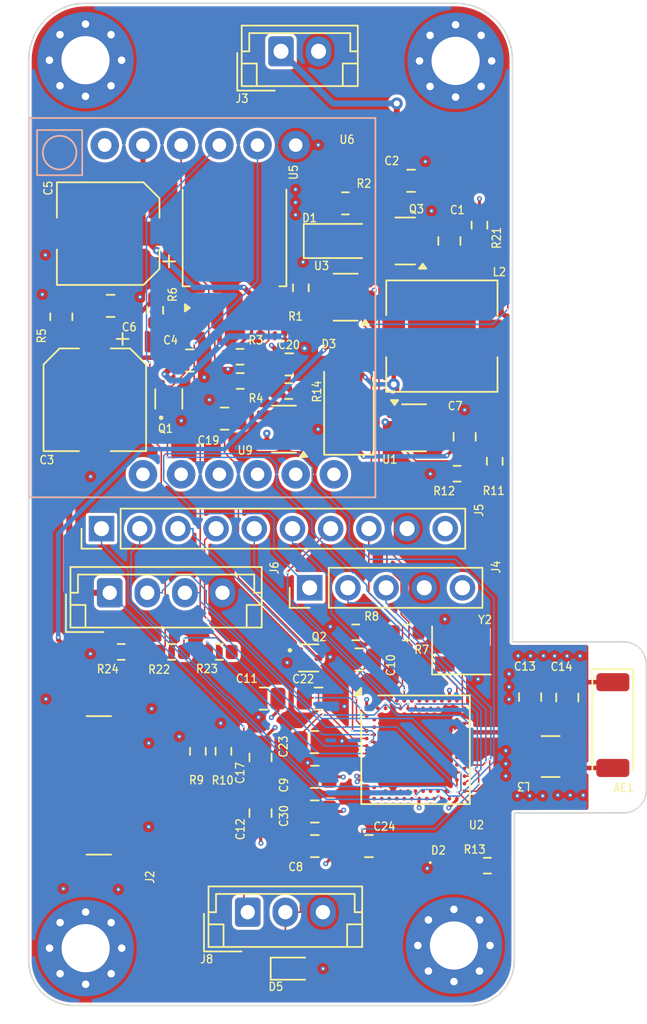
<source format=kicad_pcb>
(kicad_pcb (version 20240108) (generator "pcbnew") (generator_version "8.0")
  (layers (0 "F.Cu" signal) (1 "In1.Cu" power "GND") (2 "In2.Cu" power "PWR") (31 "B.Cu" signal) (34 "B.Paste" user) (35 "F.Paste" user) (36 "B.SilkS" user "B.Silkscreen") (37 "F.SilkS" user "F.Silkscreen") (38 "B.Mask" user) (39 "F.Mask" user) (44 "Edge.Cuts" user))
  (net 0 "")
  (net 1 "GND")
  (net 2 "/VBAT")
  (net 3 "/Ba3")
  (net 4 "+5V")
  (net 5 "/VCC_MODEM")
  (net 6 "/VDD_NRF")
  (net 7 "Net-(U2-ANT)")
  (net 8 "Net-(AE1-Shield)")
  (net 9 "Net-(U2-XC1)")
  (net 10 "Net-(U2-XC2)")
  (net 11 "/PRESSURE")
  (net 12 "/VIN")
  (net 13 "Net-(D3-A)")
  (net 14 "Net-(U2-AIN3{slash}P0.05)")
  (net 15 "Net-(U2-DEC1)")
  (net 16 "Net-(J2-CC1)")
  (net 17 "Net-(J2-CC2)")
  (net 18 "Net-(U2-DEC4)")
  (net 19 "/RX1")
  (net 20 "/TX1")
  (net 21 "Net-(U2-P1.03)")
  (net 22 "/RST_KEY")
  (net 23 "/TX2")
  (net 24 "/RX2")
  (net 25 "/NRF_LDO")
  (net 26 "Net-(Q1-C)")
  (net 27 "/NRF_RST_KEY")
  (net 28 "Net-(U3-PROG)")
  (net 29 "Net-(U5-ADJ)")
  (net 30 "Net-(U1-FB)")
  (net 31 "Net-(U9-EN)")
  (net 32 "/CH_ST")
  (net 34 "/RX_GSM")
  (net 35 "/TX_GSM")
  (net 42 "Net-(J5-Pin_4)")
  (net 53 "Net-(J4-Pin_2)")
  (net 54 "Net-(J5-Pin_5)")
  (net 56 "Net-(J5-Pin_6)")
  (net 60 "Net-(J4-Pin_1)")
  (net 65 "Net-(J5-Pin_3)")
  (net 66 "Net-(J4-Pin_3)")
  (net 68 "Net-(J5-Pin_1)")
  (net 72 "Net-(J5-Pin_2)")
  (net 80 "Net-(J5-Pin_7)")
  (net 81 "Net-(J5-Pin_8)")
  (net 82 "Net-(D2-A)")
  (footprint "Capacitor_SMD:C_0805_2012Metric" (layer "F.Cu") (at 114.74 77.44)
    (property "Reference" "C4")
    (property "Value" "1uF")
  )
  (footprint "Crystal:Crystal_SMD_EuroQuartz_MT-4Pin_3.2x2.5mm" (layer "F.Cu") (at 132.8 96.7)
    (property "Reference" "Y2")
    (property "Value" "32mHZ")
  )
  (footprint "Resistor_SMD:R_0603_1608Metric" (layer "F.Cu") (at 118.075 77.19 180)
    (property "Reference" "R3")
    (property "Value" "100k")
  )
  (footprint "Capacitor_SMD:C_0805_2012Metric" (layer "F.Cu") (at 126.65 109.7 180)
    (property "Reference" "C24")
    (property "Value" "0.1uF")
  )
  (footprint "Capacitor_SMD:CP_Elec_6.3x5.4" (layer "F.Cu") (at 109.31 69.01 180)
    (property "Reference" "C5")
    (property "Value" "100uF")
  )
  (footprint "MountingHole:MountingHole_3.2mm_M3_Pad_Via" (layer "F.Cu") (at 132.4129 57.5371 90)
    (property "Reference" "H2")
    (property "Value" "Hole_Pad")
  )
  (footprint "Diode_SMD:D_0603_1608Metric" (layer "F.Cu") (at 121.6 117.84)
    (property "Reference" "D5")
    (property "Value" "1.5KExxA")
  )
  (footprint "Inductor_SMD:L_7.3x7.3_H3.5" (layer "F.Cu") (at 131.5 75.82 180)
    (property "Reference" "L2")
    (property "Value" "4.7uH")
  )
  (footprint "Package_TO_SOT_SMD:SOT-23" (layer "F.Cu") (at 129.0625 69.5 180)
    (property "Reference" "Q3")
    (property "Value" "~")
  )
  (footprint "Capacitor_SMD:C_0805_2012Metric" (layer "F.Cu") (at 123.02 102.79)
    (property "Reference" "C23")
    (property "Value" "1uF")
  )
  (footprint "RF_Antenna:Johanson_2450AT43F0100" (layer "F.Cu") (at 142.87 101.66 -90)
    (property "Reference" "AE1")
    (property "Value" "Antenna_Shield")
  )
  (footprint "Resistor_SMD:R_0603_1608Metric" (layer "F.Cu") (at 134.525 111)
    (property "Reference" "R13")
    (property "Value" "1k")
  )
  (footprint "Resistor_SMD:R_0603_1608Metric" (layer "F.Cu") (at 132.515 84.96)
    (property "Reference" "R12")
    (property "Value" "15k")
  )
  (footprint "Resistor_SMD:R_0603_1608Metric" (layer "F.Cu") (at 110.175 96.8 180)
    (property "Reference" "R24")
    (property "Value" "5k6")
  )
  (footprint "Package_TO_SOT_SMD:SOT-523" (layer "F.Cu") (at 113.34 79.995 90)
    (property "Reference" "Q1")
    (property "Value" "DTC143E")
  )
  (footprint "Package_TO_SOT_SMD:SOT-523" (layer "F.Cu") (at 122.645 97.2)
    (property "Reference" "Q2")
    (property "Value" "DTC143E")
  )
  (footprint "Resistor_SMD:R_0603_1608Metric" (layer "F.Cu") (at 115.275 103.4 90)
    (property "Reference" "R9")
    (property "Value" "5.1k")
  )
  (footprint "Connector_PinHeader_2.54mm:PinHeader_1x05_P2.54mm_Vertical" (layer "F.Cu") (at 122.71 92.54 90)
    (property "Reference" "J4")
    (property "Value" "DEBUG")
  )
  (footprint "Capacitor_SMD:CP_Elec_6.3x5.4" (layer "F.Cu") (at 108.42 80.05 -90)
    (property "Reference" "C3")
    (property "Value" "100uF")
  )
  (footprint "Capacitor_SMD:C_0805_2012Metric" (layer "F.Cu") (at 123.3 99.9)
    (property "Reference" "C22")
    (property "Value" "0.1uF")
  )
  (footprint "Connector_JST:JST_EH_B2B-EH-A_1x02_P2.50mm_Vertical" (layer "F.Cu") (at 120.8 56.9)
    (property "Reference" "J3")
    (property "Value" "BATTERY")
  )
  (footprint "Resistor_SMD:R_0603_1608Metric" (layer "F.Cu") (at 135.015 84.135 90)
    (property "Reference" "R11")
    (property "Value" "110k")
  )
  (footprint "Capacitor_SMD:C_0805_2012Metric" (layer "F.Cu") (at 126 97.3)
    (property "Reference" "C10")
    (property "Value" "1nF")
  )
  (footprint "Inductor_SMD:L_1210_3225Metric" (layer "F.Cu") (at 138.73 103.75 180)
    (property "Reference" "L3")
    (property "Value" "4.7nH")
  )
  (footprint "Resistor_SMD:R_0603_1608Metric" (layer "F.Cu") (at 113.525 96.8 180)
    (property "Reference" "R22")
    (property "Value" "1k")
  )
  (footprint "MountingHole:MountingHole_3.2mm_M3_Pad_Via" (layer "F.Cu") (at 132.3029 116.3029)
    (property "Reference" "H4")
    (property "Value" "Hole_Pad")
  )
  (footprint "Connector_USB:USB_C_Receptacle_GCT_USB4135-GF-A_6P_TopMnt_Horizontal" (layer "F.Cu") (at 107.4625 105.665 -90)
    (property "Reference" "J2")
    (property "Value" "USB")
  )
  (footprint "MountingHole:MountingHole_3.2mm_M3_Pad_Via" (layer "F.Cu") (at 107.8 57.49)
    (property "Reference" "H1")
    (property "Value" "Hole_Pad")
  )
  (footprint "Resistor_SMD:R_0603_1608Metric" (layer "F.Cu") (at 112.44 74.105 90)
    (property "Reference" "R6")
    (property "Value" "10K")
  )
  (footprint "Capacitor_SMD:C_0805_2012Metric" (layer "F.Cu") (at 117.05 81.3 180)
    (property "Reference" "C19")
    (property "Value" "10uF")
  )
  (footprint "Capacitor_SMD:C_0805_2012Metric" (layer "F.Cu") (at 123.05 105.1)
    (property "Reference" "C9")
    (property "Value" "4.7uF")
  )
  (footprint "Capacitor_SMD:C_0805_2012Metric" (layer "F.Cu") (at 119.44 103.81 90)
    (property "Reference" "C17")
    (property "Value" "1uF")
  )
  (footprint "Package_TO_SOT_SMD:SOT-23-6" (layer "F.Cu") (at 129.6525 81.91)
    (property "Reference" "U1")
    (property "Value" "MT3608")
  )
  (footprint "Package_TO_SOT_SMD:SOT-23-5" (layer "F.Cu") (at 125.1 73.2325 180)
    (property "Reference" "U3")
    (property "Value" "MCP73831-2-OT")
  )
  (footprint "Connector_PinHeader_2.54mm:PinHeader_1x10_P2.54mm_Vertical" (layer "F.Cu") (at 108.865 88.61 90)
    (property "Reference" "J5")
    (property "Value" "EXT")
  )
  (footprint "Resistor_SMD:R_0603_1608Metric" (layer "F.Cu") (at 125.775 95.5)
    (property "Reference" "R8")
    (property "Value" "2M")
  )
  (footprint "Resistor_SMD:R_0805_2012Metric" (layer "F.Cu") (at 125.0875 67)
    (property "Reference" "R2")
    (property "Value" "100K")
  )
  (footprint "Resistor_SMD:R_0603_1608Metric" (layer "F.Cu") (at 129.125 95.5)
    (property "Reference" "R7")
    (property "Value" "806k")
  )
  (footprint "Resistor_SMD:R_0603_1608Metric" (layer "F.Cu") (at 116.975 103.4 90)
    (property "Reference" "R10")
    (property "Value" "5.1K")
  )
  (footprint "Package_TO_SOT_SMD:SOT-23-5" (layer "F.Cu") (at 121 82 180)
    (property "Reference" "U9")
    (property "Value" "AP2112K-3.3")
  )
  (footprint "Capacitor_SMD:C_0805_2012Metric" (layer "F.Cu") (at 121.35 77.7)
    (property "Reference" "C20")
    (property "Value" "10uF")
  )
  (footprint "Capacitor_SMD:C_0805_2012Metric" (layer "F.Cu") (at 133.015 82.51 -90)
    (property "Reference" "C7")
    (property "Value" "10u")
  )
  (footprint "Package_TO_SOT_SMD:TO-252-5_TabPin3" (layer "F.Cu") (at 117.71 69.2 90)
    (property "Reference" "U5")
    (property "Value" "MIC29302AWD")
  )
  (footprint "Capacitor_SMD:C_0805_2012Metric" (layer "F.Cu") (at 132 69.5 -90)
    (property "Reference" "C1")
    (property "Value" "10u")
  )
  (footprint "Resistor_SMD:R_0603_1608Metric" (layer "F.Cu") (at 122.12 72.615 -90)
    (property "Reference" "R1")
    (property "Value" "1k")
  )
  (footprint "Capacitor_SMD:C_0805_2012Metric" (layer "F.Cu") (at 109.47 73.81)
    (property "Reference" "C6")
    (property "Value" "100nF")
  )
  (footprint "Capacitor_SMD:C_0805_2012Metric" (layer "F.Cu") (at 129.45 65.5)
    (property "Reference" "C2")
    (property "Value" "4.7uF")
  )
  (footprint "Capacitor_SMD:C_0805_2012Metric" (layer "F.Cu") (at 137.37 99.8 90)
    (property "Reference" "C13")
    (property "Value" "0.8pF")
  )
  (footprint "Capacitor_SMD:C_0805_2012Metric" (layer "F.Cu") (at 119.65 99.9)
    (property "Reference" "C11")
    (property "Value" "0.1uF")
  )
  (footprint "Connector_JST:JST_EH_B4B-EH-A_1x04_P2.50mm_Vertical" (layer "F.Cu") (at 109.41 92.87)
    (property "Reference" "J6")
    (property "Value" "USENSOR")
  )
  (footprint "Resistor_SMD:R_0805_2012Metric" (layer "F.Cu") (at 106.19 74.5375 -90)
    (property "Reference" "R5")
    (property "Value" "470R")
  )
  (footprint "Resistor_SMD:R_0603_1608Metric" (layer "F.Cu") (at 121.315 79.47 180)
    (property "Reference" "R14")
    (property "Value" "100k")
  )
  (footprint "MountingHole:MountingHole_3.2mm_M3_Pad_Via" (layer "F.Cu") (at 107.81 116.48)
    (property "Reference" "H3")
    (property "Value" "Hole_Pad")
  )
  (footprint "Capacitor_SMD:C_0805_2012Metric" (layer "F.Cu") (at 139.84 99.83 90)
    (property "Reference" "C14")
    (property "Value" "0.5pF")
  )
  (footprint "Resistor_SMD:R_0603_1608Metric" (layer "F.Cu") (at 118.085 78.8)
    (property "Reference" "R4")
    (property "Value" "43k")
  )
  (footprint "Capacitor_SMD:C_0805_2012Metric" (layer "F.Cu") (at 123.05 107.4)
    (property "Reference" "C30")
    (property "Value" "0.1uF")
  )
  (footprint "Diode_SMD:D_1206_3216Metric" (layer "F.Cu") (at 124.6 69.5)
    (property "Reference" "D1")
    (property "Value" "SD")
  )
  (footprint "Resistor_SMD:R_0603_1608Metric" (layer "F.Cu") (at 134 68.45 -90)
    (property "Reference" "R21")
    (property "Value" "10K")
  )
  (footprint "Capacitor_SMD:C_0805_2012Metric" (layer "F.Cu") (at 123.05 109.7)
    (property "Reference" "C8")
    (property "Value" "0.1uF")
  )
  (footprint "Capacitor_SMD:C_0805_2012Metric" (layer "F.Cu") (at 119.44 107.51 -90)
    (property "Reference" "C12")
    (property "Value" "1uF")
  )
  (footprint "Diode_SMD:D_SMA" (layer "F.Cu") (at 125.32 80.19 90)
    (property "Reference" "D3")
    (property "Value" "SS34")
  )
  (footprint "Resistor_SMD:R_0603_1608Metric" (layer "F.Cu") (at 116.7 96.8)
    (property "Reference" "R23")
    (property "Value" "1k")
  )
  (footprint "Diode_SMD:D_0402_1005Metric" (layer "F.Cu") (at 131.815 110.8)
    (property "Reference" "D2")
    (property "Value" "LED")
  )
  (footprint "Connector_JST:JST_EH_B3B-EH-A_1x03_P2.50mm_Vertical" (layer "F.Cu") (at 118.59 114.09)
    (property "Reference" "J8")
    (property "Value" "PSENSOR")
  )
  (footprint "Package_DFN_QFN:Nordic_AQFN-73-1EP_7x7mm_P0.5mm" (layer "F.Cu") (at 129.75 103.3)
    (property "Reference" "U2")
    (property "Value" "nRF52840")
  )
  (footprint "SIM800L-Core-Module-KiCad-Footprint:SIM800L-CORE" (layer "B.Cu") (at 109.08 63.13 -90)
    (property "Reference" "U6")
    (property "Value" "SIM800L")
  )
  (gr_arc (start 132.475786 102.318483) (mid 132.578758 102.186112) (end 132.74 102.14) (stroke (width 0.3)) (layer "F.Cu") (net 7))
  (gr_arc (start 136.11 102.14) (mid 137.134415 102.630373) (end 137.36009 103.74346) (stroke (width 0.3)) (layer "F.Cu") (net 7))
  (gr_arc (start 107.01 120.292009) (mid 104.895739 119.416254) (end 104.019984 117.301993) (stroke (width 0.1)) (layer "Edge.Cuts"))
  (gr_line (start 107.819782 53.709998) (end 132.420001 53.709998) (stroke (width 0.1)) (layer "Edge.Cuts"))
  (gr_line (start 136.199897 57.504237) (end 136.199897 96.14) (stroke (width 0.1)) (layer "Edge.Cuts"))
  (gr_arc (start 132.420001 53.710001) (mid 135.097843 54.822203) (end 136.199897 57.504237) (stroke (width 0.1)) (layer "Edge.Cuts"))
  (gr_line (start 136.32 107.5) (end 143.59934 107.49066) (stroke (width 0.1)) (layer "Edge.Cuts"))
  (gr_line (start 133.31 120.292009) (end 107.01 120.292009) (stroke (width 0.1)) (layer "Edge.Cuts"))
  (gr_line (start 104.019984 117.301993) (end 104.019984 57.51018) (stroke (width 0.1)) (layer "Edge.Cuts"))
  (gr_arc (start 136.322009 117.28) (mid 135.439812 119.409812) (end 133.31 120.292009) (stroke (width 0.1)) (layer "Edge.Cuts"))
  (gr_arc (start 143.59934 96.13066) (mid 144.66 96.57) (end 145.09934 97.63066) (stroke (width 0.1)) (layer "Edge.Cuts"))
  (gr_line (start 136.199897 96.14) (end 143.59934 96.13066) (stroke (width 0.1)) (layer "Edge.Cuts"))
  (gr_line (start 145.09934 105.99066) (end 145.09934 97.63066) (stroke (width 0.1)) (layer "Edge.Cuts"))
  (gr_arc (start 104.020001 57.51018) (mid 105.122487 54.812768) (end 107.819782 53.709998) (stroke (width 0.1)) (layer "Edge.Cuts"))
  (gr_arc (start 145.09934 105.99066) (mid 144.66 107.05132) (end 143.59934 107.49066) (stroke (width 0.1)) (layer "Edge.Cuts"))
  (gr_line (start 136.322009 117.28) (end 136.322009 107.5) (stroke (width 0.1)) (layer "Edge.Cuts"))
  (segment (start 122.3 76.7) (end 122.37 76.63) (width 0.2) (layer "F.Cu") (net 1))
  (segment (start 106.86 112) (end 106.33 112.53) (width 0.2) (layer "F.Cu") (net 1))
  (segment (start 119.44 104.76) (end 119.43 104.77) (width 0.2) (layer "F.Cu") (net 1))
  (segment (start 124.24 97.3) (end 124.07 97.13) (width 0.2) (layer "F.Cu") (net 1))
  (segment (start 130.745 84.96) (end 130.735 84.97) (width 0.2) (layer "F.Cu") (net 1))
  (segment (start 109.35 96.8) (end 108.26 96.8) (width 0.2) (layer "F.Cu") (net 1))
  (segment (start 116.975 101.725) (end 116.79 101.54) (width 0.2) (layer "F.Cu") (net 1))
  (segment (start 128.515 81.91) (end 128.085 81.91) (width 0.2) (layer "F.Cu") (net 1))
  (segment (start 130.33 94.43) (end 131.7 95.8) (width 0.2) (layer "F.Cu") (net 1))
  (segment (start 110.495 102.915) (end 110.645 102.915) (width 0.2) (layer "F.Cu") (net 1))
  (segment (start 131.7 95.8) (end 131.7 94.63) (width 0.2) (layer "F.Cu") (net 1))
  (segment (start 116.1 81.3) (end 116.1 80.11) (width 0.2) (layer "F.Cu") (net 1))
  (segment (start 123.26 82) (end 123.27 82.01) (width 0.2) (layer "F.Cu") (net 1))
  (segment (start 128.25 100.55) (end 128.25 101.8) (width 0.1) (layer "F.Cu") (net 1))
  (segment (start 108.26 96.8) (end 108.13 96.93) (width 0.2) (layer "F.Cu") (net 1))
  (segment (start 133.015 80.72) (end 133.015 81.56) (width 0.2) (layer "F.Cu") (net 1))
  (segment (start 123.27 63.13) (end 123.28 63.12) (width 0.2) (layer "F.Cu") (net 1))
  (segment (start 132.26 101.95) (end 131.1 101.95) (width 0.1) (layer "F.Cu") (net 1))
  (segment (start 122.1 105.1) (end 122.1 107.4) (width 0.2) (layer "F.Cu") (net 1))
  (segment (start 124.46 95.5) (end 124.08 95.12) (width 0.2) (layer "F.Cu") (net 1))
  (segment (start 122.1 105.1) (end 121.76 104.76) (width 0.2) (layer "F.Cu") (net 1))
  (segment (start 126.5375 73.2325) (end 127 72.77) (width 0.2) (layer "F.Cu") (net 1))
  (segment (start 124.25 99.9) (end 124.5 99.9) (width 0.2) (layer "F.Cu") (net 1))
  (segment (start 121.76 104.76) (end 119.44 104.76) (width 0.2) (layer "F.Cu") (net 1))
  (segment (start 142.87 98.81) (end 140.18 98.81) (width 0.3) (layer "F.Cu") (net 1))
  (segment (start 118.7 99.9) (end 118.7 100.53) (width 0.2) (layer "F.Cu") (net 1))
  (segment (start 112.17 100.54) (end 112.2 100.57) (width 0.2) (layer "F.Cu") (net 1))
  (segment (start 106.86 100.54) (end 105.78 100.54) (width 0.2) (layer "F.Cu") (net 1))
  (segment (start 106.86 110.79) (end 106.86 112.15) (width 0.2) (layer "F.Cu") (net 1))
  (segment (start 128.515 81.91) (end 128.11 81.91) (width 0.2) (layer "F.Cu") (net 1))
  (segment (start 114.195 102.575) (end 114.04 102.42) (width 0.2) (layer "F.Cu") (net 1))
  (segment (start 106.51 69.05) (end 105.13 70.43) (width 0.3) (layer "F.Cu") (net 1))
  (segment (start 131.86 68.55) (end 130.81 67.5) (width 0.2) (layer "F.Cu") (net 1))
  (segment (start 124.5 99.9) (end 125.02 100.42) (width 0.2) (layer "F.Cu") (net 1))
  (segment (start 121.78 63.13) (end 121.78 64.605) (width 0.3) (layer "F.Cu") (net 1))
  (segment (start 111.995 108.415) (end 112 108.42) (width 0.2) (layer "F.Cu") (net 1))
  (segment (start 115.69 77.44) (end 115.69 78.55) (width 0.2) (layer "F.Cu") (net 1))
  (segment (start 125.05 97.3) (end 124.24 97.3) (width 0.2) (layer "F.Cu") (net 1))
  (segment (start 128.25 101.8) (end 129.75 103.3) (width 0.1) (layer "F.Cu") (net 1))
  (segment (start 119.235 65.675) (end 121.78 63.13) (width 0.3) (layer "F.Cu") (net 1))
  (segment (start 122.1 105.1) (end 122.1 104.2) (width 0.2) (layer "F.Cu") (net 1))
  (segment (start 108.42 84.87) (end 108.14 85.15) (width 0.2) (layer "F.Cu") (net 1))
  (segment (start 122 97.7) (end 121.4 97.7) (width 0.2) (layer "F.Cu") (net 1))
  (segment (start 110.84 73.81) (end 111.43 73.22) (width 0.2) (layer "F.Cu") (net 1))
  (segment (start 123.97 102.79) (end 124.04 102.72) (width 0.2) (layer "F.Cu") (net 1))
  (segment (start 110.44 112.13) (end 109.99 112.58) (width 0.2) (layer "F.Cu") (net 1))
  (segment (start 113.84 80.64) (end 113.84 81.11) (width 0.2) (layer "F.Cu") (net 1))
  (segment (start 122.1 104.64) (end 122.1 105.1) (width 0.2) (layer "F.Cu") (net 1))
  (segment (start 128.7 110.8) (end 127.6 109.7) (width 0.2) (layer "F.Cu") (net 1))
  (segment (start 110.44 110.79) (end 110.44 112.13) (width 0.2) (layer "F.Cu") (net 1))
  (segment (start 119.43 104.77) (end 119.43 106.56) (width 0.2) (layer "F.Cu") (net 1))
  (segment (start 130.4 65.5) (end 130.4 64.22) (width 0.2) (layer "F.Cu") (net 1))
  (segment (start 131.33 110.8) (end 130.91 110.8) (width 0.2) (layer "F.Cu") (net 1))
  (segment (start 106.19 73.625) (end 105.505 73.625) (width 0.2) (layer "F.Cu") (net 1))
  (segment (start 119.84 106.56) (end 119.85 106.55) (width 0.2) (layer "F.Cu") (net 1))
  (segment (start 116.1 80.11) (end 116.04 80.05) (width 0.2) (layer "F.Cu") (net 1))
  (segment (start 122.78 117.84) (end 123.59 117.03) (width 0.2) (layer "F.Cu") (net 1))
  (segment (start 112 102.87) (end 112.01 102.86) (width 0.2) (layer "F.Cu") (net 1))
  (segment (start 122.58 104.16) (end 122.1 104.64) (width 0.2) (layer "F.Cu") (net 1))
  (segment (start 113.84 81.11) (end 114.17 81.44) (width 0.2) (layer "F.Cu") (net 1))
  (segment (start 119.235 66.265) (end 119.235 65.675) (width 0.2) (layer "F.Cu") (net 1))
  (segment (start 115.275 102.575) (end 114.195 102.575) (width 0.2) (layer "F.Cu") (net 1))
  (segment (start 132 68.55) (end 131.86 68.55) (width 0.2) (layer "F.Cu") (net 1))
  (segment (start 110.44 100.54) (end 112.17 100.54) (width 0.2) (layer "F.Cu") (net 1))
  (segment (start 122.3875 117.84) (end 123.6 117.84) (width 0.2) (layer "F.Cu") (net 1))
  (segment (start 131.69 84.96) (end 130.745 84.96) (width 0.2) (layer "F.Cu") (net 1))
  (segment (start 110.69 102.87) (end 112 102.87) (width 0.3) (layer "F.Cu") (net 1))
  (segment (start 117.26 78.8) (end 117.26 78.03) (width 0.2) (layer "F.Cu") (net 1))
  (segment (start 131.1 101.95) (end 129.75 103.3) (width 0.1) (layer "F.Cu") (net 1))
  (segment (start 123.51 102.79) (end 123.97 102.79) (width 0.2) (layer "F.Cu") (net 1))
  (segment (start 122.1 107.4) (end 122.1 109.7) (width 0.2) (layer "F.Cu") (net 1))
  (segment (start 131.33 110.8) (end 128.7 110.8) (width 0.2) (layer "F.Cu") (net 1))
  (segment (start 105.78 100.54) (end 105.17 99.93) (width 0.2) (layer "F.Cu") (net 1))
  (segment (start 126.2375 73.2325) (end 126.5375 73.2325) (width 0.2) (layer "F.Cu") (net 1))
  (segment (start 117.26 78.03) (end 117.28 78.01) (width 0.2) (layer "F.Cu") (net 1))
  (segment (start 122.3 77.7) (end 122.3 76.7) (width 0.3) (layer "F.Cu") (net 1))
  (segment (start 110.42 73.81) (end 110.84 73.81) (width 0.2) (layer "F.Cu") (net 1))
  (segment (start 110.495 108.415) (end 111.995 108.415) (width 0.3) (layer "F.Cu") (net 1))
  (segment (start 124.04 102.72) (end 124.86 102.72) (width 0.2) (layer "F.Cu") (net 1))
  (segment (start 115.69 78.55) (end 115.7 78.56) (width 0.2) (layer "F.Cu") (net 1))
  (segment (start 108.42 82.85) (end 108.42 84.87) (width 0.2) (layer "F.Cu") (net 1))
  (segment (start 132.35 101.95) (end 132.5 101.8) (width 0.1) (layer "F.Cu") (net 1))
  (segment (start 117.71 67.79) (end 117.71 74.24) (width 0.4) (layer "F.Cu") (net 1))
  (segment (start 123.59 117.03) (end 123.59 114.09) (width 0.2) (layer "F.Cu") (net 1))
  (segment (start 133.9 98.6) (end 133.91 98.61) (width 0.2) (layer "F.Cu") (net 1))
  (segment (start 106.86 110.79) (end 106.86 112) (width 0.2) (layer "F.Cu") (net 1))
  (segment (start 133.9 97.6) (end 133.9 98.6) (width 0.2) (layer "F.Cu") (net 1))
  (segment (start 122.1 104.2) (end 123.51 102.79) (width 0.2) (layer "F.Cu") (net 1))
  (segment (start 128.11 81.91) (end 127.73 81.53) (width 0.3) (layer "F.Cu") (net 1))
  (segment (start 130.91 110.8) (end 130.53 111.18) (width 0.2) (layer "F.Cu") (net 1))
  (segment (start 121.78 64.605) (end 124.175 67) (width 0.3) (layer "F.Cu") (net 1))
  (segment (start 122.12 71.79) (end 122.12 71.05) (width 0.2) (layer "F.Cu") (net 1))
  (segment (start 124.95 95.5) (end 124.46 95.5) (width 0.2) (layer "F.Cu") (net 1))
  (segment (start 130.33 92.54) (end 130.33 94.43) (width 0.2) (layer "F.Cu") (net 1))
  (segment (start 119.235 66.265) (end 117.71 67.79) (width 0.2) (layer "F.Cu") (net 1))
  (segment (start 121.4 97.7) (end 121.21 97.51) (width 0.2) (layer "F.Cu") (net 1))
  (segment (start 106.51 73.305) (end 106.19 73.625) (width 0.2) (layer "F.Cu") (net 1))
  (segment (start 122.12 71.05) (end 122.27 70.9) (width 0.2) (layer "F.Cu") (net 1))
  (segment (start 122.3875 117.84) (end 122.78 117.84) (width 0.2) (layer "F.Cu") (net 1))
  (segment (start 110.645 102.915) (end 110.69 102.87) (width 0.2) (layer "F.Cu") (net 1))
  (segment (start 106.51 69.01) (end 106.51 69.05) (width 0.2) (layer "F.Cu") (net 1))
  (segment (start 105.505 73.625) (end 104.93 73.05) (width 0.2) (layer "F.Cu") (net 1))
  (segment (start 116.975 102.575) (end 116.975 101.725) (width 0.2) (layer "F.Cu") (net 1))
  (segment (start 118.7 100.53) (end 119.31 101.14) (width 0.2) (layer "F.Cu") (net 1))
  (segment (start 122.1375 82) (end 123.26 82) (width 0.3) (layer "F.Cu") (net 1))
  (segment (start 121.78 63.13) (end 123.27 63.13) (width 0.3) (layer "F.Cu") (net 1))
  (segment (start 140.18 98.81) (end 140.14 98.85) (width 0.3) (layer "F.Cu") (net 1))
  (segment (start 132.26 101.95) (end 132.35 101.95) (width 0.1) (layer "F.Cu") (net 1))
  (via (at 124.86 102.72) (size 0.34) (drill 0.15) (layers "F.Cu" "B.Cu") (net 1))
  (via (at 135.75 105.05) (size 0.34) (drill 0.15) (layers "F.Cu" "B.Cu") (net 1))
  (via (at 114.04 102.42) (size 0.34) (drill 0.15) (layers "F.Cu" "B.Cu") (net 1))
  (via (at 122.37 76.63) (size 0.5) (drill 0.2) (layers "F.Cu" "B.Cu") (net 1))
  (via (at 116.79 101.54) (size 0.34) (drill 0.15) (layers "F.Cu" "B.Cu") (net 1))
  (via (at 122.58 104.16) (size 0.34) (drill 0.15) (layers "F.Cu" "B.Cu") (net 1))
  (via (at 130.735 84.97) (size 0.34) (drill 0.15) (layers "F.Cu" "B.Cu") (net 1))
  (via (at 105.17 99.93) (size 0.34) (drill 0.15) (layers "F.Cu" "B.Cu") (net 1))
  (via (at 122.27 70.9) (size 0.34) (drill 0.15) (layers "F.Cu" "B.Cu") (net 1))
  (via (at 125.02 100.42) (size 0.34) (drill 0.15) (layers "F.Cu" "B.Cu") (net 1))
  (via (at 124.07 97.13) (size 0.34) (drill 0.15) (layers "F.Cu" "B.Cu") (net 1))
  (via (at 124.08 95.12) (size 0.34) (drill 0.15) (layers "F.Cu" "B.Cu") (net 1))
  (via (at 116.04 80.05) (size 0.34) (drill 0.15) (layers "F.Cu" "B.Cu") (net 1))
  (via (at 131.7 94.63) (size 0.34) (drill 0.15) (layers "F.Cu" "B.Cu") (net 1))
  (via (at 138.205 106.36) (size 0.34) (drill 0.15) (layers "F.Cu" "B.Cu") (net 1))
  (via (at 135.97 98.26) (size 0.34) (drill 0.15) (layers "F.Cu" "B.Cu") (net 1))
  (via (at 136.515 106.36) (size 0.34) (drill 0.15) (layers "F.Cu" "B.Cu") (net 1))
  (via (at 140.9 106.32) (size 0.34) (drill 0.15) (layers "F.Cu" "B.Cu") (net 1))
  (via (at 139.825 97.07) (size 0.34) (drill 0.15) (layers "F.Cu" "B.Cu") (net 1))
  (via (at 140.035 106.32) (size 0.34) (drill 0.15) (layers "F.Cu" "B.Cu") (net 1))
  (via (at 111.43 73.22) (size 0.34) (drill 0.15) (layers "F.Cu" "B.Cu") (net 1))
  (via (at 121.77 66.075) (size 0.34) (drill 0.15) (layers "F.Cu" "B.Cu") (net 1))
  (via (at 135.75 104.225) (size 0.34) (drill 0.15) (layers "F.Cu" "B.Cu") (net 1))
  (via (at 139.21 106.32) (size 0.34) (drill 0.15) (layers "F.Cu" "B.Cu") (net 1))
  (via (at 105.13 70.43) (size 0.34) (drill 0.15) (layers "F.Cu" "B.Cu") (net 1))
  (via (at 117.28 78.01) (size 0.34) (drill 0.15) (layers "F.Cu" "B.Cu") (net 1))
  (via (at 135.97 99.95) (size 0.34) (drill 0.15) (layers "F.Cu" "B.Cu") (net 1))
  (via (at 137.395 97.06) (size 0.34) (drill 0.15) (layers "F.Cu" "B.Cu") (net 1))
  (via (at 112.2 100.57) (size 0.34) (drill 0.15) (layers "F.Cu" "B.Cu") (net 1))
  (via (at 135.97 99.125) (size 0.34) (drill 0.15) (layers "F.Cu" "B.Cu") (net 1))
  (via (at 136.57 97.06) (size 0.34) (drill 0.15) (layers "F.Cu" "B.Cu") (net 1))
  (via (at 140.69 97.07) (size 0.34) (drill 0.15) (layers "F.Cu" "B.Cu") (net 1))
  (via (at 130.53 111.18) (size 0.34) (drill 0.15) (layers "F.Cu" "B.Cu") (net 1))
  (via (at 119.31 101.14) (size 0.34) (drill 0.15) (layers "F.Cu" "B.Cu") (net 1))
  (via (at 108.13 96.93) (size 0.34) (drill 0.15) (layers "F.Cu" "B.Cu") (net 1))
  (via (at 133.91 98.61) (size 0.34) (drill 0.15) (layers "F.Cu" "B.Cu") (net 1))
  (via (at 130.81 67.5) (size 0.34) (drill 0.15) (layers "F.Cu" "B.Cu") (net 1))
  (via (at 121.21 97.51) (size 0.34) (drill 0.15) (layers "F.Cu" "B.Cu") (net 1))
  (via (at 112.01 102.86) (size 0.34) (drill 0.15) (layers "F.Cu" "B.Cu") (net 1))
  (via (at 132.26 101.95) (size 0.15) (drill 0.1) (layers "F.Cu" "B.Cu") (net 1))
  (via (at 138.26 97.06) (size 0.34) (drill 0.15) (layers "F.Cu" "B.Cu") (net 1))
  (via (at 123.6 117.84) (size 0.34) (drill 0.15) (layers "F.Cu" "B.Cu") (net 1))
  (via (at 121.77 67.765) (size 0.34) (drill 0.15) (layers "F.Cu" "B.Cu") (net 1))
  (via (at 127.73 81.53) (size 0.5) (drill 0.2) (layers "F.Cu" "B.Cu") (net 1))
  (via (at 115.7 78.56) (size 0.34) (drill 0.15) (layers "F.Cu" "B.Cu") (net 1))
  (via (at 139 97.07) (size 0.34) (drill 0.15) (layers "F.Cu" "B.Cu") (net 1))
  (via (at 123.28 63.12) (size 0.34) (drill 0.15) (layers "F.Cu" "B.Cu") (net 1))
  (via (at 127 72.77) (size 0.34) (drill 0.15) (layers "F.Cu" "B.Cu") (net 1))
  (via (at 108.14 85.15) (size 0.34) (drill 0.15) (layers "F.Cu" "B.Cu") (net 1))
  (via (at 135.75 103.36) (size 0.34) (drill 0.15) (layers "F.Cu" "B.Cu") (net 1))
  (via (at 121.77 66.94) (size 0.34) (drill 0.15) (layers "F.Cu" "B.Cu") (net 1))
  (via (at 133.015 80.72) (size 0.34) (drill 0.15) (layers "F.Cu" "B.Cu") (net 1))
  (via (at 112 108.42) (size 0.34) (drill 0.15) (layers "F.Cu" "B.Cu") (net 1))
  (via (at 114.17 81.44) (size 0.34) (drill 0.15) (layers "F.Cu" "B.Cu") (net 1))
  (via (at 137.34 106.36) (size 0.34) (drill 0.15) (layers "F.Cu" "B.Cu") (net 1))
  (via (at 109.99 112.58) (size 0.34) (drill 0.15) (layers "F.Cu" "B.Cu") (net 1))
  (via (at 106.33 112.53) (size 0.34) (drill 0.15) (layers "F.Cu" "B.Cu") (net 1))
  (via (at 104.93 73.05) (size 0.34) (drill 0.15) (layers "F.Cu" "B.Cu") (net 1))
  (via (at 123.27 82.01) (size 0.34) (drill 0.15) (layers "F.Cu" "B.Cu") (net 1))
  (via (at 130.4 64.22) (size 0.34) (drill 0.15) (layers "F.Cu" "B.Cu") (net 1))
  (segment (start 132 70.45) (end 134.7 73.15) (width 0.3) (layer "F.Cu") (net 2))
  (segment (start 130.79 81.91) (end 131.11 81.91) (width 0.3) (layer "F.Cu") (net 2))
  (segment (start 130 70.45) (end 132 70.45) (width 0.3) (layer "F.Cu") (net 2))
  (segment (start 131.11 81.91) (end 131.83 81.19) (width 0.3) (layer "F.Cu") (net 2))
  (segment (start 131.83 78.69) (end 134.7 75.82) (width 0.3) (layer "F.Cu") (net 2))
  (segment (start 134.7 73.15) (end 134.7 75.82) (width 0.3) (layer "F.Cu") (net 2))
  (segment (start 130.79 81.91) (end 130.936 81.91) (width 0.1) (layer "F.Cu") (net 2))
  (segment (start 131.83 81.19) (end 131.83 78.69) (width 0.3) (layer "F.Cu") (net 2))
  (segment (start 130.79 82.86) (end 130.79 81.91) (width 0.3) (layer "F.Cu") (net 2))
  (segment (start 129.501 69.0492) (end 130 68.55) (width 0.3) (layer "F.Cu") (net 3))
  (segment (start 127.32 72.5375) (end 127.065 72.2825) (width 0.1) (layer "F.Cu") (net 3))
  (segment (start 126.238 72.2825) (end 127.065 72.2825) (width 0.3) (layer "F.Cu") (net 3))
  (segment (start 129.299 69.731) (end 127.21 71.82) (width 0.3) (layer "F.Cu") (net 3))
  (segment (start 129.299 69.0492) (end 129.501 69.0492) (width 0.3) (layer "F.Cu") (net 3))
  (segment (start 128.046 90.1555) (end 128.046 87.6847) (width 0.1) (layer "F.Cu") (net 3))
  (segment (start 129.06 91.1696) (end 128.046 90.1555) (width 0.1) (layer "F.Cu") (net 3))
  (segment (start 126.238 72.2825) (end 126.2375 72.2825) (width 0.1) (layer "F.Cu") (net 3))
  (segment (start 127.21 71.82) (end 127.21 72.1375) (width 0.3) (layer "F.Cu") (net 3))
  (segment (start 129.95 94.6506) (end 129.06 93.7606) (width 0.1) (layer "F.Cu") (net 3))
  (segment (start 128.046 87.6847) (end 127.32 86.9587) (width 0.1) (layer "F.Cu") (net 3))
  (segment (start 128.5 68.2501) (end 128.5 65.5) (width 0.3) (layer "F.Cu") (net 3))
  (segment (start 129.299 69.0492) (end 128.5 68.2501) (width 0.3) (layer "F.Cu") (net 3))
  (segment (start 129.299 69.0492) (end 129.299 69.731) (width 0.3) (layer "F.Cu") (net 3))
  (segment (start 129.06 93.7606) (end 129.06 91.1696) (width 0.1) (layer "F.Cu") (net 3))
  (segment (start 128.5 60.3615) (end 128.5 65.5) (width 0.4) (layer "F.Cu") (net 3))
  (segment (start 127.21 72.1375) (end 127.065 72.2825) (width 0.3) (layer "F.Cu") (net 3))
  (segment (start 127.32 86.9587) (end 127.32 72.5375) (width 0.1) (layer "F.Cu") (net 3))
  (segment (start 129.95 95.5) (end 129.95 94.6506) (width 0.1) (layer "F.Cu") (net 3))
  (via (at 128.5 60.3615) (size 0.8) (drill 0.4) (layers "F.Cu" "B.Cu") (net 3))
  (segment (start 120.8 56.9) (end 124.262 60.3615) (width 0.4) (layer "B.Cu") (net 3))
  (segment (start 124.262 60.3615) (end 128.5 60.3615) (width 0.4) (layer "B.Cu") (net 3))
  (segment (start 125.32 82.83) (end 125.32 82.19) (width 0.2) (layer "F.Cu") (net 4))
  (segment (start 118 81.3) (end 119.83 79.47) (width 0.2) (layer "F.Cu") (net 4))
  (segment (start 121.475001 82.95) (end 122.1375 82.95) (width 0.3) (layer "F.Cu") (net 4))
  (segment (start 120.75 79.5) (end 120.75 79.21) (width 0.2) (layer "F.Cu") (net 4))
  (segment (start 121.02 69.91) (end 121.02 75.71) (width 0.4) (layer "F.Cu") (net 4))
  (segment (start 113.6 77.25) (end 113.79 77.44) (width 0.2) (layer "F.Cu") (net 4))
  (segment (start 122.1375 82.95) (end 121.917 82.95) (width 0.1) (layer "F.Cu") (net 4))
  (segment (start 134.865 83.46) (end 133.015 83.46) (width 0.2) (layer "F.Cu") (net 4))
  (segment (start 111.39 77.25) (end 113.6 77.25) (width 0.3) (layer "F.Cu") (net 4))
  (segment (start 121.3 76.25) (end 120.89 75.84) (width 0.3) (layer "F.Cu") (net 4))
  (segment (start 116.57 74.24) (end 116.653 74.3226) (width 0.1) (layer "F.Cu") (net 4))
  (segment (start 135.015 83.31) (end 134.865 83.46) (width 0.1) (layer "F.Cu") (net 4))
  (segment (start 118.33 113.83) (end 118.59 114.09) (width 0.1) (layer "F.Cu") (net 4))
  (segment (start 106.89 92.87) (end 106.72 92.7) (width 0.4) (layer "F.Cu") (net 4))
  (segment (start 132.125 83.46) (end 131.835 83.75) (width 0.23) (layer "F.Cu") (net 4))
  (segment (start 133.015 83.46) (end 132.125 83.46) (width 0.23) (layer "F.Cu") (net 4))
  (segment (start 112.44 73.28) (end 111.39 74.33) (width 0.3) (layer "F.Cu") (net 4))
  (segment (start 125.32 82.19) (end 124.56 82.95) (width 0.2) (layer "F.Cu") (net 4))
  (segment (start 111.39 74.33) (end 111.39 77.25) (width 0.3) (layer "F.Cu") (net 4))
  (segment (start 106.89 92.87) (end 109.41 92.87) (width 0.4) (layer "F.Cu") (net 4))
  (segment (start 106.72 92.7) (end 106.72 77.42) (width 0.4) (layer "F.Cu") (net 4))
  (segment (start 120.72 79.47) (end 120.75 79.5) (width 0.2) (layer "F.Cu") (net 4))
  (segment (start 108.42 77.25) (end 106.89 77.25) (width 0.4) (layer "F.Cu") (net 4))
  (segment (start 106.89 77.25) (end 106.72 77.42) (width 0.4) (layer "F.Cu") (net 4))
  (segment (start 118.33 101.78) (end 118.33 113.83) (width 0.1) (layer "F.Cu") (net 4))
  (segment (start 121.3 78.66) (end 121.3 76.25) (width 0.3) (layer "F.Cu") (net 4))
  (segment (start 116.717 76.46) (end 116.717 74.387) (width 0.3) (layer "F.Cu") (net 4))
  (segment (start 113.79 77.44) (end 113.79 77.61) (width 0.2) (layer "F.Cu") (net 4))
  (segment (start 108.42 77.25) (end 111.39 77.25) (width 0.3) (layer "F.Cu") (net 4))
  (segment (start 120.75 79.21) (end 121.3 78.66) (width 0.3) (layer "F.Cu") (net 4))
  (segment (start 123.2 69.5) (end 121.43 69.5) (width 0.4) (layer "F.Cu") (net 4))
  (segment (start 120.75 79.5) (end 120.99 79.74) (width 0.3) (layer "F.Cu") (net 4))
  (segment (start 113.79 77.61) (end 113.05 78.35) (width 0.4) (layer "F.Cu") (net 4))
  (segment (start 120.99 82.464999) (end 121.475001 82.95) (width 0.3) (layer "F.Cu") (net 4))
  (segment (start 126.3 83.81) (end 125.32 82.83) (width 0.3) (layer "F.Cu") (net 4))
  (segment (start 116.717 74.387) (end 116.67 74.34) (width 0.3) (layer "F.Cu") (net 4))
  (segment (start 116.67 74.34) (end 116.57 74.24) (width 0.2) (layer "F.Cu") (net 4))
  (segment (start 124.56 82.95) (end 122.1375 82.95) (width 0.3) (layer "F.Cu") (net 4))
  (segment (start 121.32 69.61) (end 121.02 69.91) (width 0.4) (layer "F.Cu") (net 4))
  (segment (start 121.02 75.71) (end 120.89 75.84) (width 0.4) (layer "F.Cu") (net 4))
  (segment (start 109.41 92.87) (end 109.892 92.3878) (width 0.1) (layer "F.Cu") (net 4))
  (segment (start 120.99 79.74) (end 120.99 82.464999) (width 0.3) (layer "F.Cu") (net 4))
  (segment (start 119.83 79.47) (end 120.72 79.47) (width 0.2) (layer "F.Cu") (net 4))
  (segment (start 121.43 69.5) (end 121.32 69.61) (width 0.2) (layer "F.Cu") (net 4))
  (segment (start 118 81.3) (end 118.259 81.5587) (width 0.1) (layer "F.Cu") (net 4))
  (via (at 116.717 76.46) (size 0.34) (drill 0.15) (layers "F.Cu" "B.Cu") (net 4))
  (via (at 126.3 83.81) (size 0.34) (drill 0.15) (layers "F.Cu" "B.Cu") (net 4))
  (via (at 113.05 78.35) (size 0.34) (drill 0.15) (layers "F.Cu" "B.Cu") (net 4))
  (via (at 120.89 75.84) (size 0.34) (drill 0.15) (layers "F.Cu" "B.Cu") (net 4))
  (via (at 131.835 83.75) (size 0.34) (drill 0.15) (layers "F.Cu" "B.Cu") (net 4))
  (via (at 118.33 101.78) (size 0.15) (drill 0.1) (layers "F.Cu" "B.Cu") (net 4))
  (segment (start 114.407 78.77) (end 116.717 76.46) (width 0.4) (layer "B.Cu") (net 4))
  (segment (start 131.775 83.81) (end 126.3 83.81) (width 0.3) (layer "B.Cu") (net 4))
  (segment (start 120.89 75.84) (end 117.337 75.84) (width 0.4) (layer "B.Cu") (net 4))
  (segment (start 117.337 75.84) (end 116.717 76.46) (width 0.4) (layer "B.Cu") (net 4))
  (segment (start 113.47 78.77) (end 114.08 78.77) (width 0.4) (layer "B.Cu") (net 4))
  (segment (start 118.33 101.78) (end 118.32 101.78) (width 0.1) (layer "B.Cu") (net 4))
  (segment (start 113.05 78.35) (end 113.47 78.77) (width 0.4) (layer "B.Cu") (net 4))
  (segment (start 131.835 83.75) (end 131.775 83.81) (width 0.3) (layer "B.Cu") (net 4))
  (segment (start 118.32 101.78) (end 109.41 92.87) (width 0.1) (layer "B.Cu") (net 4))
  (segment (start 114.08 78.77) (end 114.407 78.77) (width 0.4) (layer "B.Cu") (net 4))
  (segment (start 117.25 77.19) (end 118.85 75.59) (width 0.2) (layer "F.Cu") (net 5))
  (segment (start 118.85 74.24) (end 118.85 73.5879) (width 0.1) (layer "F.Cu") (net 5))
  (segment (start 108.52 73.81) (end 108.61 73.72) (width 0.2) (layer "F.Cu") (net 5))
  (segment (start 108.61 72.51) (end 112.11 69.01) (width 0.3) (layer "F.Cu") (net 5))
  (segment (start 111.62 68.52) (end 112.11 69.01) (width 0.2) (layer "F.Cu") (net 5))
  (segment (start 108.61 73.72) (end 108.61 72.51) (width 0.3) (layer "F.Cu") (net 5))
  (segment (start 112.11 69.01) (end 112.11 69.71) (width 0.2) (layer "F.Cu") (net 5))
  (segment (start 118.85 75.59) (end 118.85 74.24) (width 0.2) (layer "F.Cu") (net 5))
  (segment (start 112.11 69.71) (end 112.53 70.13) (width 0.35) (layer "F.Cu") (net 5))
  (segment (start 106.19 75.45) (end 106.88 75.45) (width 0.2) (layer "F.Cu") (net 5))
  (segment (start 106.88 75.45) (end 108.52 73.81) (width 0.3) (layer "F.Cu") (net 5))
  (segment (start 118.81 73.059996) (end 118.81 73.08) (width 0.2) (layer "F.Cu") (net 5))
  (segment (start 118.85 73.12) (end 118.85 74.24) (width 0.35) (layer "F.Cu") (net 5))
  (segment (start 118.81 73.08) (end 118.85 73.12) (width 0.2) (layer "F.Cu") (net 5))
  (segment (start 118.328761 72.578757) (end 118.81 73.059996) (width 0.35) (layer "F.Cu") (net 5))
  (segment (start 111.62 63.13) (end 111.62 68.52) (width 0.35) (layer "F.Cu") (net 5))
  (via (at 118.328761 72.578757) (size 0.34) (drill 0.15) (layers "F.Cu" "B.Cu") (net 5))
  (via (at 112.53 70.13) (size 0.5) (drill 0.2) (layers "F.Cu" "B.Cu") (net 5))
  (segment (start 114.978757 72.578757) (end 118.328761 72.578757) (width 0.35) (layer "B.Cu") (net 5))
  (segment (start 112.53 70.13) (end 114.978757 72.578757) (width 0.35) (layer "B.Cu") (net 5))
  (segment (start 124.93 105.1) (end 124.94 105.11) (width 0.2) (layer "F.Cu") (net 6))
  (segment (start 125.84 105.05) (end 125.83 105.06) (width 0.2) (layer "F.Cu") (net 6))
  (segment (start 124 110.64) (end 123.77 110.87) (width 0.2) (layer "F.Cu") (net 6))
  (segment (start 124 105.1) (end 124.93 105.1) (width 0.2) (layer "F.Cu") (net 6))
  (segment (start 127 105.3) (end 125.99 105.3) (width 0.2) (layer "F.Cu") (net 6))
  (segment (start 132.5 106.55) (end 132.5 106.62) (width 0.2) (layer "F.Cu") (net 6))
  (segment (start 120.4 76.66) (end 120.17 76.43) (width 0.3) (layer "F.Cu") (net 6))
  (segment (start 119.45 108.47) (end 119.44 108.46) (width 0.2) (layer "F.Cu") (net 6))
  (segment (start 119.85 102.85) (end 119.85 102.38) (width 0.2) (layer "F.Cu") (net 6))
  (segment (start 120.4 77.7) (end 120.4 76.66) (width 0.3) (layer "F.Cu") (net 6))
  (segment (start 129.98 107.14) (end 129.99 107.15) (width 0.2) (layer "F.Cu") (net 6))
  (segment (start 130 106.55) (end 129.98 106.55) (width 0.2) (layer "F.Cu") (net 6))
  (segment (start 119.45 109.49) (end 119.45 108.47) (width 0.2) (layer "F.Cu") (net 6))
  (segment (start 119.8625 82.95) (end 119.8625 82.2825) (width 0.3) (layer "F.Cu") (net 6))
  (segment (start 119.85 102.38) (end 120.41 101.82) (width 0.2) (layer "F.Cu") (net 6))
  (segment (start 119.8625 82.2825) (end 119.86 82.28) (width 0.2) (layer "F.Cu") (net 6))
  (segment (start 132.5 106.62) (end 131.96 107.16) (width 0.2) (layer "F.Cu") (net 6))
  (segment (start 120.6 100.72) (end 120.16 101.16) (width 0.2) (layer "F.Cu") (net 6))
  (segment (start 125.99 105.3) (end 125.87 105.42) (width 0.2) (layer "F.Cu") (net 6))
  (segment (start 132 100.05) (end 132 99.36) (width 0.2) (layer "F.Cu") (net 6))
  (segment (start 124 109.7) (end 124 110.64) (width 0.2) (layer "F.Cu") (net 6))
  (segment (start 129.98 106.55) (end 129.98 107.14) (width 0.2) (layer "F.Cu") (net 6))
  (segment (start 124.88 107.4) (end 124.97 107.31) (width 0.2) (layer "F.Cu") (net 6))
  (segment (start 134 67.625) (end 134 66.69) (width 0.2) (layer "F.Cu") (net 6))
  (segment (start 124 107.4) (end 124.88 107.4) (width 0.2) (layer "F.Cu") (net 6))
  (segment (start 126.5 105.05) (end 125.84 105.05) (width 0.2) (layer "F.Cu") (net 6))
  (segment (start 132 99.36) (end 132.01 99.35) (width 0.2) (layer "F.Cu") (net 6))
  (segment (start 120.6 99.9) (end 120.6 100.72) (width 0.2) (layer "F.Cu") (net 6))
  (segment (start 126.5 100.55) (end 126.5 99.96) (width 0.2) (layer "F.Cu") (net 6))
  (segment (start 119.47 109.51) (end 119.45 109.49) (width 0.2) (layer "F.Cu") (net 6))
  (via (at 120.17 76.43) (size 0.34) (drill 0.15) (layers "F.Cu" "B.Cu") (net 6))
  (via (at 131.96 107.16) (size 0.34) (drill 0.15) (layers "F.Cu" "B.Cu") (net 6))
  (via (at 119.47 109.51) (size 0.34) (drill 0.15) (layers "F.Cu" "B.Cu") (net 6))
  (via (at 124.97 107.31) (size 0.34) (drill 0.15) (layers "F.Cu" "B.Cu") (net 6))
  (via (at 120.16 101.16) (size 0.34) (drill 0.15) (layers "F.Cu" "B.Cu") (net 6))
  (via (at 120.41 101.82) (size 0.34) (drill 0.15) (layers "F.Cu" "B.Cu") (net 6))
  (via (at 125.83 105.06) (size 0.34) (drill 0.15) (layers "F.Cu" "B.Cu") (net 6))
  (via (at 125.87 105.42) (size 0.34) (drill 0.15) (layers "F.Cu" "B.Cu") (net 6))
  (via (at 129.99 107.15) (size 0.34) (drill 0.15) (layers "F.Cu" "B.Cu") (net 6))
  (via (at 123.77 110.87) (size 0.34) (drill 0.15) (layers "F.Cu" "B.Cu") (net 6))
  (via (at 126.5 99.96) (size 0.34) (drill 0.15) (layers "F.Cu" "B.Cu") (net 6))
  (via (at 134 66.69) (size 0.34) (drill 0.15) (layers "F.Cu" "B.Cu") (net 6))
  (via (at 132.01 99.35) (size 0.34) (drill 0.15) (layers "F.Cu" "B.Cu") (net 6))
  (via (at 119.86 82.28) (size 0.5) (drill 0.2) (layers "F.Cu" "B.Cu") (net 6))
  (via (at 124.94 105.11) (size 0.34) (drill 0.15) (layers "F.Cu" "B.Cu") (net 6))
  (segment (start 132.01 99.35) (end 131.98 99.38) (width 0.2) (layer "B.Cu") (net 6))
  (segment (start 137.33 103.75) (end 137.33 100.79) (width 0.3) (layer "F.Cu") (net 7))
  (segment (start 137.33 100.79) (end 137.37 100.75) (width 0.3) (layer "F.Cu") (net 7))
  (segment (start 136.116045 102.14) (end 132.740001 102.14) (width 0.3) (layer "F.Cu") (net 7))
  (segment (start 140.14 103.74) (end 140.13 103.75) (width 0.3) (layer "F.Cu") (net 8))
  (segment (start 140.15 104.51) (end 142.87 104.51) (width 0.3) (layer "F.Cu") (net 8))
  (segment (start 140.13 104.49) (end 140.15 104.51) (width 0.3) (layer "F.Cu") (net 8))
  (segment (start 140.14 100.75) (end 140.14 103.74) (width 0.3) (layer "F.Cu") (net 8))
  (segment (start 140.13 103.75) (end 140.13 104.49) (width 0.3) (layer "F.Cu") (net 8))
  (segment (start 133.9 95.8) (end 133.9 96.4517) (width 0.1) (layer "F.Cu") (net 9))
  (segment (start 133.9 96.4517) (end 133.1383 96.4517) (width 0.1) (layer "F.Cu") (net 9))
  (segment (start 133.1383 96.4517) (end 132.86 96.73) (width 0.1) (layer "F.Cu") (net 9))
  (segment (start 132.86 100.41) (end 133 100.55) (width 0.1) (layer "F.Cu") (net 9))
  (segment (start 132.86 96.73) (end 132.86 100.41) (width 0.1) (layer "F.Cu") (net 9))
  (segment (start 132.5 99.0517) (end 132.5 100.05) (width 0.1) (layer "F.Cu") (net 10))
  (segment (start 131.7 97.6) (end 131.7 98.2517) (width 0.1) (layer "F.Cu") (net 10))
  (segment (start 131.7 98.2517) (end 132.5 99.0517) (width 0.1) (layer "F.Cu") (net 10))
  (segment (start 126.19 108.56) (end 126.19 109.21) (width 0.1) (layer "F.Cu") (net 11))
  (segment (start 120.8125 117.8395) (end 120.8125 117.84) (width 0.1) (layer "F.Cu") (net 11))
  (segment (start 133.95 104.86) (end 133.95 105.54) (width 0.1) (layer "F.Cu") (net 11))
  (segment (start 121.09 114.09) (end 121.09 117.562) (width 0.1) (layer "F.Cu") (net 11))
  (segment (start 120.8125 117.8395) (end 120.812 117.84) (width 0.1) (layer "F.Cu") (net 11))
  (segment (start 133.68 104.59) (end 133.95 104.86) (width 0.1) (layer "F.Cu") (net 11))
  (segment (start 122.092 114.09) (end 122.092 113.308) (width 0.1) (layer "F.Cu") (net 11))
  (segment (start 121.09 114.09) (end 122.092 114.09) (width 0.1) (layer "F.Cu") (net 11))
  (segment (start 121.09 117.562) (end 120.8125 117.8395) (width 0.1) (layer "F.Cu") (net 11))
  (segment (start 122.092 113.308) (end 125.7 109.7) (width 0.1) (layer "F.Cu") (net 11))
  (segment (start 126.19 109.21) (end 125.7 109.7) (width 0.1) (layer "F.Cu") (net 11))
  (segment (start 129.75 100.55) (end 129.75 100.26) (width 0.1) (layer "F.Cu") (net 11))
  (via (at 129.75 100.26) (size 0.15) (drill 0.1) (layers "F.Cu" "B.Cu") (net 11))
  (via (at 133.95 105.54) (size 0.15) (drill 0.1) (layers "F.Cu" "B.Cu") (net 11))
  (via (at 126.19 108.56) (size 0.15) (drill 0.1) (layers "F.Cu" "B.Cu") (net 11))
  (via (at 133.68 104.59) (size 0.15) (drill 0.1) (layers "F.Cu" "B.Cu") (net 11))
  (segment (start 133.86 104.41) (end 133.68 104.59) (width 0.1) (layer "B.Cu") (net 11))
  (segment (start 133.95 105.63) (end 131.02 108.56) (width 0.1) (layer "B.Cu") (net 11))
  (segment (start 129.75 100.26) (end 133.26 100.26) (width 0.1) (layer "B.Cu") (net 11))
  (segment (start 133.95 105.54) (end 133.95 105.63) (width 0.1) (layer "B.Cu") (net 11))
  (segment (start 133.26 100.26) (end 133.86 100.86) (width 0.1) (layer "B.Cu") (net 11))
  (segment (start 131.02 108.56) (end 126.19 108.56) (width 0.1) (layer "B.Cu") (net 11))
  (segment (start 133.86 100.86) (end 133.86 104.41) (width 0.1) (layer "B.Cu") (net 11))
  (segment (start 105.99 95.83) (end 105.99 96) (width 0.3) (layer "F.Cu") (net 12))
  (segment (start 109.635 107.185) (end 109.4 106.95) (width 0.3) (layer "F.Cu") (net 12))
  (segment (start 125.1 73.42) (end 125.1 75.29) (width 0.3) (layer "F.Cu") (net 12))
  (segment (start 126 69.5) (end 126 70.245) (width 0.3) (layer "F.Cu") (net 12))
  (segment (start 110.383 104.145) (end 110.495 104.145) (width 0.1) (layer "F.Cu") (net 12))
  (segment (start 123.9625 72.2825) (end 123.962 72.2825) (width 0.1) (layer "F.Cu") (net 12))
  (segment (start 109.625 104.145) (end 110.495 104.145) (width 0.3) (layer "F.Cu") (net 12))
  (segment (start 109.4 106.95) (end 109.4 104.37) (width 0.3) (layer "F.Cu") (net 12))
  (segment (start 109.4 104.37) (end 109.625 104.145) (width 0.3) (layer "F.Cu") (net 12))
  (segment (start 125.1 75.29) (end 123.63 76.76) (width 0.3) (layer "F.Cu") (net 12))
  (segment (start 110.495 107.185) (end 109.635 107.185) (width 0.3) (layer "F.Cu") (net 12))
  (segment (start 108.69 103.66) (end 109.4 104.37) (width 0.3) (layer "F.Cu") (net 12))
  (segment (start 126 70.245) (end 123.9625 72.2825) (width 0.3) (layer "F.Cu") (net 12))
  (segment (start 105.99 96) (end 108.69 98.7) (width 0.3) (layer "F.Cu") (net 12))
  (segment (start 110.495 107.185) (end 110.414 107.185) (width 0.1) (layer "F.Cu") (net 12))
  (segment (start 108.69 98.7) (end 108.69 103.66) (width 0.3) (layer "F.Cu") (net 12))
  (segment (start 126 67) (end 126 69.5) (width 0.3) (layer "F.Cu") (net 12))
  (segment (start 123.9625 72.2825) (end 125.1 73.42) (width 0.3) (layer "F.Cu") (net 12))
  (segment (start 128.125 69.5) (end 126 69.5) (width 0.4) (layer "F.Cu") (net 12))
  (via (at 105.99 95.83) (size 0.34) (drill 0.15) (layers "F.Cu" "B.Cu") (net 12))
  (via (at 123.63 76.76) (size 0.34) (drill 0.15) (layers "F.Cu" "B.Cu") (net 12))
  (segment (start 105.99 88.932943) (end 105.99 95.83) (width 0.3) (layer "B.Cu") (net 12))
  (segment (start 111.596743 83.3262) (end 105.99 88.932943) (width 0.3) (layer "B.Cu") (net 12))
  (segment (start 117.0638 83.3262) (end 111.596743 83.3262) (width 0.3) (layer "B.Cu") (net 12))
  (segment (start 123.63 76.76) (end 117.0638 83.3262) (width 0.3) (layer "B.Cu") (net 12))
  (segment (start 128.3 79.0248) (end 128.3 75.82) (width 0.3) (layer "F.Cu") (net 13))
  (segment (start 126.038 78.19) (end 126.404 78.5552) (width 0.3) (layer "F.Cu") (net 13))
  (segment (start 128.3 79.0248) (end 128.3 79.04) (width 0.1) (layer "F.Cu") (net 13))
  (segment (start 128.515 79.255) (end 128.515 80.96) (width 0.3) (layer "F.Cu") (net 13))
  (segment (start 125.32 78.19) (end 126.038 78.19) (width 0.1) (layer "F.Cu") (net 13))
  (segment (start 128.3 79.04) (end 128.515 79.255) (width 0.3) (layer "F.Cu") (net 13))
  (via (at 126.404 78.5552) (size 0.34) (drill 0.15) (layers "F.Cu" "B.Cu") (net 13))
  (via (at 128.3 79.0248) (size 0.8) (drill 0.4) (layers "F.Cu" "B.Cu") (net 13))
  (segment (start 126.873 79.0248) (end 126.404 78.5552) (width 0.3) (layer "B.Cu") (net 13))
  (segment (start 128.3 79.0248) (end 126.873 79.0248) (width 0.3) (layer "B.Cu") (net 13))
  (segment (start 127 102.8) (end 126.73 102.8) (width 0.1) (layer "F.Cu") (net 14))
  (segment (start 126.6 95.5) (end 126.95 95.85) (width 0.1) (layer "F.Cu") (net 14))
  (segment (start 126.95 95.85) (end 126.95 97.3) (width 0.1) (layer "F.Cu") (net 14))
  (segment (start 127.95 95.85) (end 126.95 95.85) (width 0.1) (layer "F.Cu") (net 14))
  (segment (start 125.56 102.04) (end 125.56 98.69) (width 0.1) (layer "F.Cu") (net 14))
  (segment (start 126.73 102.8) (end 126.72 102.81) (width 0.1) (layer "F.Cu") (net 14))
  (segment (start 125.56 98.69) (end 126.95 97.3) (width 0.1) (layer "F.Cu") (net 14))
  (segment (start 128.3 95.5) (end 127.95 95.85) (width 0.1) (layer "F.Cu") (net 14))
  (via (at 125.56 102.04) (size 0.15) (drill 0.1) (layers "F.Cu" "B.Cu") (net 14))
  (via (at 126.72 102.81) (size 0.15) (drill 0.1) (layers "F.Cu" "B.Cu") (net 14))
  (segment (start 126.96 102.57) (end 126.96 102.169) (width 0.1) (layer "B.Cu") (net 14))
  (segment (start 126.831 102.04) (end 125.56 102.04) (width 0.1) (layer "B.Cu") (net 14))
  (segment (start 126.72 102.81) (end 126.96 102.57) (width 0.1) (layer "B.Cu") (net 14))
  (segment (start 126.96 102.169) (end 126.831 102.04) (width 0.1) (layer "B.Cu") (net 14))
  (segment (start 126.076468 100.553532) (end 126.076468 100.626468) (width 0.1) (layer "F.Cu") (net 15))
  (segment (start 122.406 99.8444) (end 122.35 99.9) (width 0.1) (layer "F.Cu") (net 15))
  (segment (start 123.033 99.8444) (end 122.406 99.8444) (width 0.1) (layer "F.Cu") (net 15))
  (segment (start 126.076468 100.626468) (end 126.5 101.05) (width 0.1) (layer "F.Cu") (net 15))
  (via (at 126.076468 100.553532) (size 0.15) (drill 0.1) (layers "F.Cu" "B.Cu") (net 15))
  (via (at 123.033 99.8444) (size 0.15) (drill 0.1) (layers "F.Cu" "B.Cu") (net 15))
  (segment (start 126.076468 100.553532) (end 125.367336 99.8444) (width 0.1) (layer "B.Cu") (net 15))
  (segment (start 125.367336 99.8444) (end 123.033 99.8444) (width 0.1) (layer "B.Cu") (net 15))
  (segment (start 114.335 105.165) (end 115.275 104.225) (width 0.1) (layer "F.Cu") (net 16))
  (segment (start 110.495 105.165) (end 114.335 105.165) (width 0.1) (layer "F.Cu") (net 16))
  (segment (start 110.495 106.165) (end 115.035 106.165) (width 0.1) (layer "F.Cu") (net 17))
  (segment (start 115.035 106.165) (end 116.975 104.225) (width 0.1) (layer "F.Cu") (net 17))
  (segment (start 123.445 100.955) (end 122.1 102.3) (width 0.1) (layer "F.Cu") (net 18))
  (segment (start 127.75 100.241) (end 127.75 100.55) (width 0.1) (layer "F.Cu") (net 18))
  (segment (start 133.286 101.55) (end 133.315 101.578) (width 0.1) (layer "F.Cu") (net 18))
  (segment (start 123.605 100.955) (end 123.445 100.955) (width 0.1) (layer "F.Cu") (net 18))
  (segment (start 133 101.55) (end 133.286 101.55) (width 0.1) (layer "F.Cu") (net 18))
  (via (at 127.75 100.241) (size 0.15) (drill 0.1) (layers "F.Cu" "B.Cu") (net 18))
  (via (at 133.315 101.578) (size 0.15) (drill 0.1) (layers "F.Cu" "B.Cu") (net 18))
  (via (at 123.605 100.955) (size 0.15) (drill 0.1) (layers "F.Cu" "B.Cu") (net 18))
  (segment (start 132.76 101.024) (end 128.533 101.024) (width 0.1) (layer "B.Cu") (net 18))
  (segment (start 128.533 101.024) (end 127.75 100.241) (width 0.1) (layer "B.Cu") (net 18))
  (segment (start 123.643 100.993) (end 126.998 100.993) (width 0.1) (layer "B.Cu") (net 18))
  (segment (start 123.605 100.955) (end 123.643 100.993) (width 0.1) (layer "B.Cu") (net 18))
  (segment (start 126.998 100.993) (end 127.75 100.241) (width 0.1) (layer "B.Cu") (net 18))
  (segment (start 133.315 101.578) (end 132.76 101.024) (width 0.1) (layer "B.Cu") (net 18))
  (segment (start 133 105.05) (end 133.24 105.05) (width 0.1) (layer "F.Cu") (net 19))
  (segment (start 133.24 105.05) (end 133.305 104.985) (width 0.1) (layer "F.Cu") (net 19))
  (via (at 133.305 104.985) (size 0.15) (drill 0.1) (layers "F.Cu" "B.Cu") (net 19))
  (segment (start 112.912 92.87) (end 112.912 92.735) (width 0.1) (layer "B.Cu") (net 19))
  (segment (start 113.947 91.7001) (end 114.796 91.7001) (width 0.1) (layer "B.Cu") (net 19))
  (segment (start 111.91 92.87) (end 112.912 92.87) (width 0.1) (layer "B.Cu") (net 19))
  (segment (start 129.544 101.224) (end 133.305 104.985) (width 0.1) (layer "B.Cu") (net 19))
  (segment (start 115.832 93.5473) (end 123.508 101.224) (width 0.1) (layer "B.Cu") (net 19))
  (segment (start 115.832 92.7356) (end 115.832 93.5473) (width 0.1) (layer "B.Cu") (net 19))
  (segment (start 114.796 91.7001) (end 115.832 92.7356) (width 0.1) (layer "B.Cu") (net 19))
  (segment (start 123.508 101.224) (end 129.544 101.224) (width 0.1) (layer "B.Cu") (net 19))
  (segment (start 112.912 92.735) (end 113.947 91.7001) (width 0.1) (layer "B.Cu") (net 19))
  (segment (start 132.5 105.3) (end 132.5 105.778) (width 0.1) (layer "F.Cu") (net 20))
  (via (at 132.5 105.778) (size 0.15) (drill 0.1) (layers "F.Cu" "B.Cu") (net 20))
  (segment (start 115.412 93.4146) (end 123.786 101.789) (width 0.1) (layer "B.Cu") (net 20))
  (segment (start 128.511 101.789) (end 132.5 105.778) (width 0.1) (layer "B.Cu") (net 20))
  (segment (start 114.41 92.87) (end 115.412 92.87) (width 0.1) (layer "B.Cu") (net 20))
  (segment (start 115.412 92.87) (end 115.412 93.4146) (width 0.1) (layer "B.Cu") (net 20))
  (segment (start 123.786 101.789) (end 128.511 101.789) (width 0.1) (layer "B.Cu") (net 20))
  (segment (start 132.5 104.8) (end 132.76 104.8) (width 0.1) (layer "F.Cu") (net 21))
  (segment (start 132.76 104.8) (end 132.77 104.81) (width 0.1) (layer "F.Cu") (net 21))
  (segment (start 132.56 106.1) (end 135.35 108.89) (width 0.1) (layer "F.Cu") (net 21))
  (segment (start 135.35 108.89) (end 135.35 111) (width 0.1) (layer "F.Cu") (net 21))
  (via (at 132.77 104.81) (size 0.15) (drill 0.1) (layers "F.Cu" "B.Cu") (net 21))
  (via (at 132.56 106.1) (size 0.15) (drill 0.1) (layers "F.Cu" "B.Cu") (net 21))
  (segment (start 132.77 105.991) (end 132.62 106.14) (width 0.1) (layer "B.Cu") (net 21))
  (segment (start 132.62 106.14) (end 132.58 106.1) (width 0.1) (layer "B.Cu") (net 21))
  (segment (start 132.77 104.81) (end 132.77 105.991) (width 0.1) (layer "B.Cu") (net 21))
  (segment (start 132.58 106.1) (end 132.56 106.1) (width 0.1) (layer "B.Cu") (net 21))
  (segment (start 114.16 70.7) (end 116 72.5399) (width 0.1) (layer "F.Cu") (net 22))
  (segment (start 117.048 80.0084) (end 117.048 83.5564) (width 0.1) (layer "F.Cu") (net 22))
  (segment (start 117.97 84.478) (end 117.97 91.8801) (width 0.1) (layer "F.Cu") (net 22))
  (segment (start 116 75.7712) (end 116.397 76.1686) (width 0.1) (layer "F.Cu") (net 22))
  (segment (start 116.397 76.1686) (end 116.397 79.3572) (width 0.1) (layer "F.Cu") (net 22))
  (segment (start 117.048 83.5564) (end 117.97 84.478) (width 0.1) (layer "F.Cu") (net 22))
  (segment (start 114.16 63.13) (end 114.16 70.7) (width 0.1) (layer "F.Cu") (net 22))
  (segment (start 116 72.5399) (end 116 75.7712) (width 0.1) (layer "F.Cu") (net 22))
  (segment (start 117.97 91.8801) (end 123.29 97.2) (width 0.1) (layer "F.Cu") (net 22))
  (segment (start 116.397 79.3572) (end 117.048 80.0084) (width 0.1) (layer "F.Cu") (net 22))
  (segment (start 126.5 103.05) (end 126.198 103.05) (width 0.1) (layer "F.Cu") (net 23))
  (segment (start 114.35 95.9493) (end 114.35 96.8) (width 0.1) (layer "F.Cu") (net 23))
  (via (at 126.198 103.05) (size 0.15) (drill 0.1) (layers "F.Cu" "B.Cu") (net 23))
  (via (at 114.35 95.9493) (size 0.15) (drill 0.1) (layers "F.Cu" "B.Cu") (net 23))
  (segment (start 116.504 95.864) (end 123.69 103.05) (width 0.1) (layer "B.Cu") (net 23))
  (segment (start 114.35 95.9493) (end 114.435 95.864) (width 0.1) (layer "B.Cu") (net 23))
  (segment (start 114.435 95.864) (end 116.504 95.864) (width 0.1) (layer "B.Cu") (net 23))
  (segment (start 123.69 103.05) (end 126.198 103.05) (width 0.1) (layer "B.Cu") (net 23))
  (segment (start 115.875 96.8) (end 115.875 96.1374) (width 0.1) (layer "F.Cu") (net 24))
  (segment (start 126.5 103.55) (end 126.179 103.55) (width 0.1) (layer "F.Cu") (net 24))
  (via (at 126.179 103.55) (size 0.15) (drill 0.1) (layers "F.Cu" "B.Cu") (net 24))
  (via (at 115.875 96.1374) (size 0.15) (drill 0.1) (layers "F.Cu" "B.Cu") (net 24))
  (segment (start 123.288 103.55) (end 126.179 103.55) (width 0.1) (layer "B.Cu") (net 24))
  (segment (start 115.875 96.1374) (end 123.288 103.55) (width 0.1) (layer "B.Cu") (net 24))
  (segment (start 134.21 104.32) (end 133.23 104.32) (width 0.1) (layer "F.Cu") (net 25))
  (segment (start 113.249 81.0492) (end 112.84 80.64) (width 0.1) (layer "F.Cu") (net 25))
  (segment (start 113.249 83.8762) (end 113.249 81.0492) (width 0.1) (layer "F.Cu") (net 25))
  (segment (start 133.23 104.32) (end 133 104.55) (width 0.1) (layer "F.Cu") (net 25))
  (segment (start 134.43 104.1) (end 134.21 104.32) (width 0.1) (layer "F.Cu") (net 25))
  (via (at 113.249 83.8762) (size 0.15) (drill 0.1) (layers "F.Cu" "B.Cu") (net 25))
  (via (at 134.43 104.1) (size 0.15) (drill 0.1) (layers "F.Cu" "B.Cu") (net 25))
  (segment (start 134.43 104.1) (end 134.43 100.63) (width 0.1) (layer "B.Cu") (net 25))
  (segment (start 120.0262 83.8762) (end 113.249 83.8762) (width 0.1) (layer "B.Cu") (net 25))
  (segment (start 125.675 91.5383) (end 125.564 91.5383) (width 0.1) (layer "B.Cu") (net 25))
  (segment (start 126.52 92.3836) (end 125.675 91.5383) (width 0.1) (layer "B.Cu") (net 25))
  (segment (start 122.85 88.8243) (end 122.85 88.07) (width 0.1) (layer "B.Cu") (net 25))
  (segment (start 120.51 84.36) (end 120.0262 83.8762) (width 0.1) (layer "B.Cu") (net 25))
  (segment (start 120.51 85.73) (end 120.51 84.36) (width 0.1) (layer "B.Cu") (net 25))
  (segment (start 134.43 100.63) (end 126.52 92.72) (width 0.1) (layer "B.Cu") (net 25))
  (segment (start 122.85 88.07) (end 120.51 85.73) (width 0.1) (layer "B.Cu") (net 25))
  (segment (start 125.564 91.5383) (end 122.85 88.8243) (width 0.1) (layer "B.Cu") (net 25))
  (segment (start 126.52 92.72) (end 126.52 92.3836) (width 0.1) (layer "B.Cu") (net 25))
  (segment (start 114.66 75.125) (end 114.66 78.03) (width 0.1) (layer "F.Cu") (net 26))
  (segment (start 114.66 78.03) (end 113.34 79.35) (width 0.1) (layer "F.Cu") (net 26))
  (segment (start 115.43 74.24) (end 115.155 74.24) (width 0.1) (layer "F.Cu") (net 26))
  (segment (start 114.465 74.93) (end 112.44 74.93) (width 0.1) (layer "F.Cu") (net 26))
  (segment (start 115.155 74.24) (end 114.465 74.93) (width 0.1) (layer "F.Cu") (net 26))
  (segment (start 114.465 74.93) (end 114.66 75.125) (width 0.1) (layer "F.Cu") (net 26))
  (segment (start 126.5 102.55) (end 125.57 102.55) (width 0.1) (layer "F.Cu") (net 27))
  (segment (start 123.3 100.28) (end 123.3 98) (width 0.1) (layer "F.Cu") (net 27))
  (segment (start 125.57 102.55) (end 123.3 100.28) (width 0.1) (layer "F.Cu") (net 27))
  (segment (start 123.3 98) (end 122 96.7) (width 0.1) (layer "F.Cu") (net 27))
  (segment (start 123.22 73.44) (end 123.962 74.1825) (width 0.1) (layer "F.Cu") (net 28))
  (segment (start 123.9625 74.1825) (end 123.962 74.1825) (width 0.1) (layer "F.Cu") (net 28))
  (segment (start 122.12 73.44) (end 123.22 73.44) (width 0.1) (layer "F.Cu") (net 28))
  (segment (start 118.9 78.79) (end 118.9 77.19) (width 0.1) (layer "F.Cu") (net 29))
  (segment (start 118.91 78.8) (end 118.9 78.79) (width 0.1) (layer "F.Cu") (net 29))
  (segment (start 119.99 74.24) (end 119.99 76.1) (width 0.1) (layer "F.Cu") (net 29))
  (segment (start 119.99 76.1) (end 118.9 77.19) (width 0.1) (layer "F.Cu") (net 29))
  (segment (start 129.768 84.1127) (end 132.493 84.1127) (width 0.1) (layer "F.Cu") (net 30))
  (segment (start 128.515 82.86) (end 129.768 84.1127) (width 0.1) (layer "F.Cu") (net 30))
  (segment (start 135.015 84.96) (end 133.34 84.96) (width 0.1) (layer "F.Cu") (net 30))
  (segment (start 132.493 84.1127) (end 133.34 84.96) (width 0.1) (layer "F.Cu") (net 30))
  (segment (start 122.21 80.9775) (end 122.21 79.69) (width 0.1) (layer "F.Cu") (net 31))
  (segment (start 122.1375 81.05) (end 122.21 80.9775) (width 0.1) (layer "F.Cu") (net 31))
  (segment (start 122.21 79.69) (end 122.4 79.5) (width 0.1) (layer "F.Cu") (net 31))
  (segment (start 126.238 74.6091) (end 126.238 75.0357) (width 0.1) (layer "F.Cu") (net 32))
  (segment (start 127.844 91.1776) (end 128.792 92.1251) (width 0.1) (layer "F.Cu") (net 32))
  (segment (start 135.88 74.04) (end 135.89 74.03) (width 0.1) (layer "F.Cu") (net 32))
  (segment (start 128.792 94.312) (end 129.31 94.83) (width 0.1) (layer "F.Cu") (net 32))
  (segment (start 128.792 92.1251) (end 128.792 94.312) (width 0.1) (layer "F.Cu") (net 32))
  (segment (start 135.89 74.03) (end 135.89 71.165) (width 0.1) (layer "F.Cu") (net 32))
  (segment (start 126.81 75.6087) (end 126.81 86.8343) (width 0.1) (layer "F.Cu") (net 32))
  (segment (start 129.5 96.3508) (end 129.5 100.05) (width 0.1) (layer "F.Cu") (net 32))
  (segment (start 126.2375 74.6086) (end 126.2375 74.1825) (width 0.1) (layer "F.Cu") (net 32))
  (segment (start 135.89 71.165) (end 134 69.275) (width 0.1) (layer "F.Cu") (net 32))
  (segment (start 126.238 74.1825) (end 126.238 74.6091) (width 0.1) (layer "F.Cu") (net 32))
  (segment (start 129.31 94.83) (end 129.31 96.1608) (width 0.1) (layer "F.Cu") (net 32))
  (segment (start 126.238 75.0357) (end 126.81 75.6087) (width 0.1) (layer "F.Cu") (net 32))
  (segment (start 126.81 86.8343) (end 127.844 87.868) (width 0.1) (layer "F.Cu") (net 32))
  (segment (start 127.844 87.868) (end 127.844 91.1776) (width 0.1) (layer "F.Cu") (net 32))
  (segment (start 129.31 96.1608) (end 129.5 96.3508) (width 0.1) (layer "F.Cu") (net 32))
  (segment (start 126.238 74.6091) (end 126.2375 74.6086) (width 0.1) (layer "F.Cu") (net 32))
  (via (at 126.238 75.0357) (size 0.15) (drill 0.1) (layers "F.Cu" "B.Cu") (net 32))
  (via (at 135.88 74.04) (size 0.15) (drill 0.1) (layers "F.Cu" "B.Cu") (net 32))
  (segment (start 135.88 74.04) (end 134.8843 75.0357) (width 0.1) (layer "B.Cu") (net 32))
  (segment (start 134.8843 75.0357) (end 126.238 75.0357) (width 0.1) (layer "B.Cu") (net 32))
  (segment (start 112.7 96.8) (end 111 96.8) (width 0.1) (layer "F.Cu") (net 34))
  (segment (start 113.1 89.9) (end 113.1 96.4) (width 0.1) (layer "F.Cu") (net 34))
  (segment (start 112.08 82.52) (end 112.84 83.28) (width 0.1) (layer "F.Cu") (net 34))
  (segment (start 112.65 86.58) (end 112.65 89.45) (width 0.1) (layer "F.Cu") (net 34))
  (segment (start 112.84 86.39) (end 112.65 86.58) (width 0.1) (layer "F.Cu") (net 34))
  (segment (start 112.08 77.6) (end 112.08 82.52) (width 0.1) (layer "F.Cu") (net 34))
  (segment (start 113.1 96.4) (end 112.7 96.8) (width 0.1) (layer "F.Cu") (net 34))
  (segment (start 112.84 83.28) (end 112.84 86.39) (width 0.1) (layer "F.Cu") (net 34))
  (segment (start 112.65 89.45) (end 113.1 89.9) (width 0.1) (layer "F.Cu") (net 34))
  (via (at 112.08 77.6) (size 0.15) (drill 0.1) (layers "F.Cu" "B.Cu") (net 34))
  (segment (start 111.86 77.38) (end 111.86 67.97) (width 0.1) (layer "B.Cu") (net 34))
  (segment (start 112.08 77.6) (end 111.86 77.38) (width 0.1) (layer "B.Cu") (net 34))
  (segment (start 111.86 67.97) (end 116.7 63.13) (width 0.1) (layer "B.Cu") (net 34))
  (segment (start 115.43 94.705) (end 115.43 82.5268) (width 0.1) (layer "F.Cu") (net 35))
  (segment (start 115.029 82.126) (end 115.029 76.3309) (width 0.1) (layer "F.Cu") (net 35))
  (segment (start 117.525 96.8) (end 115.43 94.705) (width 0.1) (layer "F.Cu") (net 35))
  (segment (start 115.43 82.5268) (end 115.029 82.126) (width 0.1) (layer "F.Cu") (net 35))
  (via (at 115.029 76.3309) (size 0.15) (drill 0.1) (layers "F.Cu" "B.Cu") (net 35))
  (segment (start 119.24 72.16) (end 115.0691 76.3309) (width 0.1) (layer "B.Cu") (net 35))
  (segment (start 115.0691 76.3309) (end 115.029 76.3309) (width 0.1) (layer "B.Cu") (net 35))
  (segment (start 119.24 63.13) (end 119.24 72.16) (width 0.1) (layer "B.Cu") (net 35))
  (segment (start 115.72 89.375) (end 116.485 88.61) (width 0.1) (layer "F.Cu") (net 42))
  (segment (start 127 102.3) (end 126.71 102.3) (width 0.1) (layer "F.Cu") (net 42))
  (segment (start 115.72 94.44) (end 115.72 89.375) (width 0.1) (layer "F.Cu") (net 42))
  (segment (start 115.88 94.6) (end 115.72 94.44) (width 0.1) (layer "F.Cu") (net 42))
  (via (at 126.71 102.3) (size 0.15) (drill 0.1) (layers "F.Cu" "B.Cu") (net 42))
  (via (at 115.88 94.6) (size 0.15) (drill 0.1) (layers "F.Cu" "B.Cu") (net 42))
  (segment (start 123.58 102.3) (end 115.88 94.6) (width 0.1) (layer "B.Cu") (net 42))
  (segment (start 126.71 102.3) (end 123.58 102.3) (width 0.1) (layer "B.Cu") (net 42))
  (segment (start 133.33 105.36) (end 133.19 105.36) (width 0.1) (layer "F.Cu") (net 53))
  (segment (start 133.19 105.36) (end 133 105.55) (width 0.1) (layer "F.Cu") (net 53))
  (via (at 133.33 105.36) (size 0.15) (drill 0.1) (layers "F.Cu" "B.Cu") (net 53))
  (segment (start 126.952 93.5417) (end 125.25 93.5417) (width 0.1) (layer "B.Cu") (net 53))
  (segment (start 134.1 102.086) (end 134.1 100.69) (width 0.1) (layer "B.Cu") (net 53))
  (segment (start 134.1 104.59) (end 134.1 102.302) (width 0.1) (layer "B.Cu") (net 53))
  (segment (start 134.095 102.297) (end 134.095 102.09) (width 0.1) (layer "B.Cu") (net 53))
  (segment (start 134.095 102.09) (end 134.1 102.086) (width 0.1) (layer "B.Cu") (net 53))
  (segment (start 134.1 100.69) (end 126.952 93.5417) (width 0.1) (layer "B.Cu") (net 53))
  (segment (start 134.1 102.302) (end 134.095 102.297) (width 0.1) (layer "B.Cu") (net 53))
  (segment (start 125.25 93.5417) (end 125.25 92.54) (width 0.1) (layer "B.Cu") (net 53))
  (segment (start 133.33 105.36) (end 134.1 104.59) (width 0.1) (layer "B.Cu") (net 53))
  (segment (start 129.25 100.55) (end 129.25 100.26) (width 0.1) (layer "F.Cu") (net 54))
  (via (at 129.25 100.26) (size 0.15) (drill 0.1) (layers "F.Cu" "B.Cu") (net 54))
  (segment (start 119.025 91.1378) (end 119.025 88.61) (width 0.1) (layer "B.Cu") (net 54))
  (segment (start 129.104 100.26) (end 128.854 100.51) (width 0.1) (layer "B.Cu") (net 54))
  (segment (start 128.854 100.51) (end 128.397 100.51) (width 0.1) (layer "B.Cu") (net 54))
  (segment (start 128.397 100.51) (end 119.025 91.1378) (width 0.1) (layer "B.Cu") (net 54))
  (segment (start 129.25 100.26) (end 129.104 100.26) (width 0.1) (layer "B.Cu") (net 54))
  (segment (start 129 99.3283) (end 129 100.05) (width 0.1) (layer "F.Cu") (net 56))
  (via (at 129 99.3283) (size 0.15) (drill 0.1) (layers "F.Cu" "B.Cu") (net 56))
  (segment (start 121.565 88.61) (end 121.565 89.6117) (width 0.1) (layer "B.Cu") (net 56))
  (segment (start 129 99.11) (end 129 99.3283) (width 0.1) (layer "B.Cu") (net 56))
  (segment (start 124.13 94.24) (end 129 99.11) (width 0.1) (layer "B.Cu") (net 56))
  (segment (start 121.565 89.6117) (end 121.815 89.6117) (width 0.1) (layer "B.Cu") (net 56))
  (segment (start 124.13 91.9267) (end 124.13 94.24) (width 0.1) (layer "B.Cu") (net 56))
  (segment (start 121.815 89.6117) (end 124.13 91.9267) (width 0.1) (layer "B.Cu") (net 56))
  (segment (start 129.75 106.05) (end 129.75 106.34) (width 0.1) (layer "F.Cu") (net 60))
  (via (at 129.75 106.34) (size 0.15) (drill 0.1) (layers "F.Cu" "B.Cu") (net 60))
  (segment (start 119.979 87.61) (end 120.33 87.961) (width 0.1) (layer "B.Cu") (net 60))
  (segment (start 130.15 105.94) (end 131.513 105.94) (width 0.1) (layer "B.Cu") (net 60))
  (segment (start 120.33 90.16) (end 122.71 92.54) (width 0.1) (layer "B.Cu") (net 60))
  (segment (start 112.999 85.3948) (end 115.214 87.61) (width 0.1) (layer "B.Cu") (net 60))
  (segment (start 122.88 84.5444) (end 121.962 83.6262) (width 0.1) (layer "B.Cu") (net 60))
  (segment (start 126.726 90.6455) (end 125.34 89.2595) (width 0.1) (layer "B.Cu") (net 60))
  (segment (start 112.999 83.7726) (end 112.999 85.3948) (width 0.1) (layer "B.Cu") (net 60))
  (segment (start 134.96 104.084) (end 134.96 93.2155) (width 0.1) (layer "B.Cu") (net 60))
  (segment (start 125.34 87.9156) (end 122.88 85.4556) (width 0.1) (layer "B.Cu") (net 60))
  (segment (start 129.75 106.34) (end 130.15 105.94) (width 0.1) (layer "B.Cu") (net 60))
  (segment (start 134.96 93.2155) (end 132.39 90.6455) (width 0.1) (layer "B.Cu") (net 60))
  (segment (start 125.34 89.2595) (end 125.34 87.9156) (width 0.1) (layer "B.Cu") (net 60))
  (segment (start 131.513 105.94) (end 131.949 106.377) (width 0.1) (layer "B.Cu") (net 60))
  (segment (start 120.33 87.961) (end 120.33 90.16) (width 0.1) (layer "B.Cu") (net 60))
  (segment (start 131.949 106.377) (end 132.667 106.377) (width 0.1) (layer "B.Cu") (net 60))
  (segment (start 115.214 87.61) (end 119.979 87.61) (width 0.1) (layer "B.Cu") (net 60))
  (segment (start 132.39 90.6455) (end 126.726 90.6455) (width 0.1) (layer "B.Cu") (net 60))
  (segment (start 132.667 106.377) (end 134.96 104.084) (width 0.1) (layer "B.Cu") (net 60))
  (segment (start 113.146 83.6262) (end 112.999 83.7726) (width 0.1) (layer "B.Cu") (net 60))
  (segment (start 122.88 85.4556) (end 122.88 84.5444) (width 0.1) (layer "B.Cu") (net 60))
  (segment (start 121.962 83.6262) (end 113.146 83.6262) (width 0.1) (layer "B.Cu") (net 60))
  (segment (start 125.823009 99.886991) (end 125.823009 101.373009) (width 0.1) (layer "F.Cu") (net 65))
  (segment (start 125.823009 101.373009) (end 126.5 102.05) (width 0.1) (layer "F.Cu") (net 65))
  (via (at 125.823009 99.886991) (size 0.15) (drill 0.1) (layers "F.Cu" "B.Cu") (net 65))
  (segment (start 125.823009 99.885809) (end 114.947 89.0098) (width 0.1) (layer "B.Cu") (net 65))
  (segment (start 114.947 89.0098) (end 114.947 88.61) (width 0.1) (layer "B.Cu") (net 65))
  (segment (start 114.947 88.61) (end 113.945 88.61) (width 0.1) (layer "B.Cu") (net 65))
  (segment (start 125.823009 99.886991) (end 125.823009 99.885809) (width 0.1) (layer "B.Cu") (net 65))
  (segment (start 134.68 105.17) (end 133.8 106.05) (width 0.1) (layer "F.Cu") (net 66))
  (segment (start 133.8 106.05) (end 133 106.05) (width 0.1) (layer "F.Cu") (net 66))
  (segment (start 134.68 103.95) (end 134.68 105.17) (width 0.1) (layer "F.Cu") (net 66))
  (via (at 134.68 103.95) (size 0.15) (drill 0.1) (layers "F.Cu" "B.Cu") (net 66))
  (segment (start 127.79 93.5417) (end 127.79 92.54) (width 0.1) (layer "B.Cu") (net 66))
  (segment (start 134.76 100.5117) (end 127.79 93.5417) (width 0.1) (layer "B.Cu") (net 66))
  (segment (start 134.76 103.87) (end 134.76 100.5117) (width 0.1) (layer "B.Cu") (net 66))
  (segment (start 134.68 103.95) (end 134.76 103.87) (width 0.1) (layer "B.Cu") (net 66))
  (segment (start 131.5 106.55) (end 131.319 106.369) (width 0.1) (layer "F.Cu") (net 68))
  (via (at 131.319 106.369) (size 0.15) (drill 0.1) (layers "F.Cu" "B.Cu") (net 68))
  (segment (start 131.25 106.369) (end 131.029 106.59) (width 0.1) (layer "B.Cu") (net 68))
  (segment (start 131.029 106.59) (end 123.819 106.59) (width 0.1) (layer "B.Cu") (net 68))
  (segment (start 123.819 106.59) (end 117.183 99.9538) (width 0.1) (layer "B.Cu") (net 68))
  (segment (start 110.635 91.3814) (end 108.865 89.6117) (width 0.1) (layer "B.Cu") (net 68))
  (segment (start 110.635 93.4719) (end 110.635 91.3814) (width 0.1) (layer "B.Cu") (net 68))
  (segment (start 108.865 89.6117) (end 108.865 88.61) (width 0.1) (layer "B.Cu") (net 68))
  (segment (start 117.183 99.9538) (end 117.117 99.9538) (width 0.1) (layer "B.Cu") (net 68))
  (segment (start 117.117 99.9538) (end 110.635 93.4719) (width 0.1) (layer "B.Cu") (net 68))
  (segment (start 131.827 106.127) (end 131.75 106.05) (width 0.1) (layer "F.Cu") (net 72))
  (segment (start 132.053 106.127) (end 131.827 106.127) (width 0.1) (layer "F.Cu") (net 72))
  (via (at 132.053 106.127) (size 0.15) (drill 0.1) (layers "F.Cu" "B.Cu") (net 72))
  (segment (start 110.83 90.1867) (end 111.405 89.6117) (width 0.1) (layer "B.Cu") (net 72))
  (segment (start 123.254 105.74) (end 117.266 99.7521) (width 0.1) (layer "B.Cu") (net 72))
  (segment (start 110.835 91.298557) (end 110.83 91.293557) (width 0.1) (layer "B.Cu") (net 72))
  (segment (start 110.835 93.3871) (end 110.835 91.298557) (width 0.1) (layer "B.Cu") (net 72))
  (segment (start 117.266 99.7521) (end 117.2 99.7521) (width 0.1) (layer "B.Cu") (net 72))
  (segment (start 117.2 99.7521) (end 110.835 93.3871) (width 0.1) (layer "B.Cu") (net 72))
  (segment (start 110.83 91.293557) (end 110.83 90.1867) (width 0.1) (layer "B.Cu") (net 72))
  (segment (start 111.405 89.6117) (end 111.405 88.61) (width 0.1) (layer "B.Cu") (net 72))
  (segment (start 132.053 106.127) (end 131.666 105.74) (width 0.1) (layer "B.Cu") (net 72))
  (segment (start 131.666 105.74) (end 123.254 105.74) (width 0.1) (layer "B.Cu") (net 72))
  (segment (start 128.75 100.55) (end 128.75 100.26) (width 0.1) (layer "F.Cu") (net 80))
  (segment (start 121.24 91.475) (end 124.105 88.61) (width 0.1) (layer "F.Cu") (net 80))
  (segment (start 121.24 91.53) (end 121.24 91.475) (width 0.1) (layer "F.Cu") (net 80))
  (via (at 121.24 91.53) (size 0.15) (drill 0.1) (layers "F.Cu" "B.Cu") (net 80))
  (via (at 128.75 100.26) (size 0.15) (drill 0.1) (layers "F.Cu" "B.Cu") (net 80))
  (segment (start 121.24 93.07) (end 121.24 91.58) (width 0.1) (layer "B.Cu") (net 80))
  (segment (start 121.24 91.58) (end 121.24 91.53) (width 0.1) (layer "B.Cu") (net 80))
  (segment (start 128.75 100.26) (end 128.43 100.26) (width 0.1) (layer "B.Cu") (net 80))
  (segment (start 128.43 100.26) (end 121.24 93.07) (width 0.1) (layer "B.Cu") (net 80))
  (segment (start 121.24 91.53) (end 121.24 91.58) (width 0.1) (layer "B.Cu") (net 80))
  (segment (start 128.5 99.3549) (end 128.88 98.9744) (width 0.1) (layer "F.Cu") (net 81))
  (segment (start 128.5 100.05) (end 128.5 99.3549) (width 0.1) (layer "F.Cu") (net 81))
  (segment (start 128.88 98.9744) (end 128.88 95.107) (width 0.1) (layer "F.Cu") (net 81))
  (segment (start 128.88 95.107) (end 126.645 92.8715) (width 0.1) (layer "F.Cu") (net 81))
  (segment (start 126.645 92.8715) (end 126.645 88.61) (width 0.1) (layer "F.Cu") (net 81))
  (segment (start 132.3 110.8) (end 133.5 110.8) (width 0.1) (layer "F.Cu") (net 82))
  (segment (start 133.5 110.8) (end 133.7 111) (width 0.1) (layer "F.Cu") (net 82))
  (zone (net 1) (net_name "GND") (layer "F.Cu") (priority 3) (connect_pads yes (clearance 0.2)) (min_thickness 0.25) (fill yes (thermal_gap 0.5) (thermal_bridge_width 0.5) (island_removal_mode 1) (island_area_min 10))
    (polygon (pts (xy 104.02 53.76) (xy 136.28 53.67) (xy 136.4 95.99) (xy 141.24 96) (xy 141.25 107.62) (xy 136.47 107.64) (xy 136.46 120.61) (xy 103.39 120.62)))
  )
  (zone (net 0) (net_name "") (layer "B.Cu") (priority 4) (connect_pads (clearance 0.2)) (min_thickness 0.25) (fill yes (thermal_gap 0.5) (thermal_bridge_width 0.5) (island_removal_mode 1) (island_area_min 10))
    (polygon (pts (xy 104.02 53.76) (xy 136.28 53.67) (xy 136.4 95.99) (xy 141.15 96.15) (xy 141.13 107.65) (xy 136.47 107.64) (xy 136.46 120.61) (xy 103.39 120.62)))
  )
)
</source>
